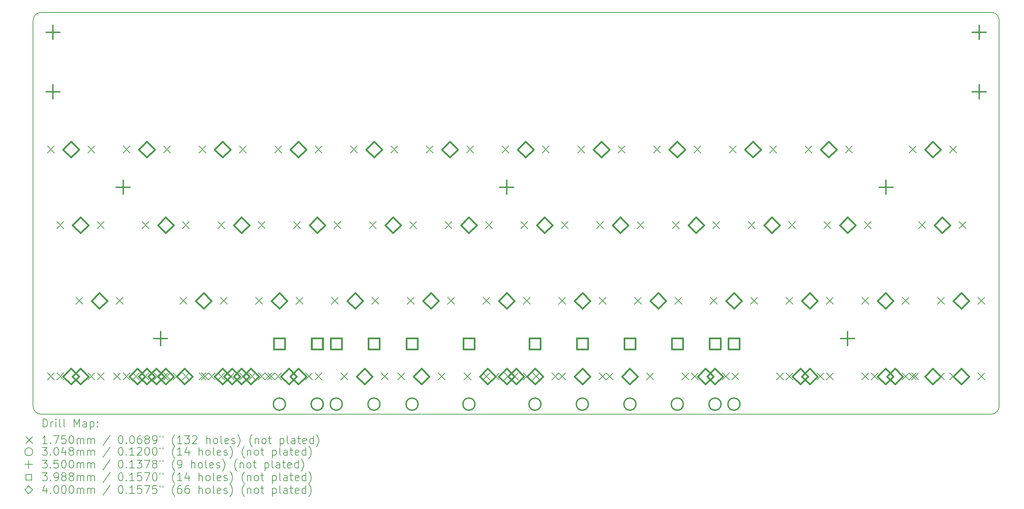
<source format=gbr>
%FSLAX45Y45*%
G04 Gerber Fmt 4.5, Leading zero omitted, Abs format (unit mm)*
G04 Created by KiCad (PCBNEW (6.0.1)) date 2022-12-02 15:23:24*
%MOMM*%
%LPD*%
G01*
G04 APERTURE LIST*
%TA.AperFunction,Profile*%
%ADD10C,0.200000*%
%TD*%
%ADD11C,0.200000*%
%ADD12C,0.175000*%
%ADD13C,0.304800*%
%ADD14C,0.350000*%
%ADD15C,0.398780*%
%ADD16C,0.400000*%
G04 APERTURE END LIST*
D10*
X26866875Y-4326250D02*
X2978125Y-4326250D01*
X2978125Y-14446250D02*
X26866875Y-14446250D01*
X27066875Y-14246250D02*
X27066875Y-4526250D01*
X27066875Y-4526250D02*
G75*
G03*
X26866875Y-4326250I-200000J0D01*
G01*
X26866875Y-14446250D02*
G75*
G03*
X27066875Y-14246250I0J200000D01*
G01*
X2778125Y-4526250D02*
X2778125Y-14246250D01*
X2978125Y-4326250D02*
G75*
G03*
X2778125Y-4526250I0J-200000D01*
G01*
X2778125Y-14246250D02*
G75*
G03*
X2978125Y-14446250I200000J0D01*
G01*
D11*
D12*
X3135125Y-7691250D02*
X3310125Y-7866250D01*
X3310125Y-7691250D02*
X3135125Y-7866250D01*
X3135125Y-13406250D02*
X3310125Y-13581250D01*
X3310125Y-13406250D02*
X3135125Y-13581250D01*
X3373250Y-9596250D02*
X3548250Y-9771250D01*
X3548250Y-9596250D02*
X3373250Y-9771250D01*
X3373250Y-13406250D02*
X3548250Y-13581250D01*
X3548250Y-13406250D02*
X3373250Y-13581250D01*
X3849500Y-11501250D02*
X4024500Y-11676250D01*
X4024500Y-11501250D02*
X3849500Y-11676250D01*
X4151125Y-7691250D02*
X4326125Y-7866250D01*
X4326125Y-7691250D02*
X4151125Y-7866250D01*
X4151125Y-13406250D02*
X4326125Y-13581250D01*
X4326125Y-13406250D02*
X4151125Y-13581250D01*
X4389250Y-9596250D02*
X4564250Y-9771250D01*
X4564250Y-9596250D02*
X4389250Y-9771250D01*
X4389250Y-13406250D02*
X4564250Y-13581250D01*
X4564250Y-13406250D02*
X4389250Y-13581250D01*
X4802000Y-13406250D02*
X4977000Y-13581250D01*
X4977000Y-13406250D02*
X4802000Y-13581250D01*
X4865500Y-11501250D02*
X5040500Y-11676250D01*
X5040500Y-11501250D02*
X4865500Y-11676250D01*
X5040125Y-7691250D02*
X5215125Y-7866250D01*
X5215125Y-7691250D02*
X5040125Y-7866250D01*
X5040125Y-13406250D02*
X5215125Y-13581250D01*
X5215125Y-13406250D02*
X5040125Y-13581250D01*
X5278250Y-13406250D02*
X5453250Y-13581250D01*
X5453250Y-13406250D02*
X5278250Y-13581250D01*
X5516375Y-9596250D02*
X5691375Y-9771250D01*
X5691375Y-9596250D02*
X5516375Y-9771250D01*
X5516375Y-13406250D02*
X5691375Y-13581250D01*
X5691375Y-13406250D02*
X5516375Y-13581250D01*
X5818000Y-13406250D02*
X5993000Y-13581250D01*
X5993000Y-13406250D02*
X5818000Y-13581250D01*
X5992625Y-13406250D02*
X6167625Y-13581250D01*
X6167625Y-13406250D02*
X5992625Y-13581250D01*
X6056125Y-7691250D02*
X6231125Y-7866250D01*
X6231125Y-7691250D02*
X6056125Y-7866250D01*
X6056125Y-13406250D02*
X6231125Y-13581250D01*
X6231125Y-13406250D02*
X6056125Y-13581250D01*
X6294250Y-13406250D02*
X6469250Y-13581250D01*
X6469250Y-13406250D02*
X6294250Y-13581250D01*
X6468875Y-11501250D02*
X6643875Y-11676250D01*
X6643875Y-11501250D02*
X6468875Y-11676250D01*
X6532375Y-9596250D02*
X6707375Y-9771250D01*
X6707375Y-9596250D02*
X6532375Y-9771250D01*
X6532375Y-13406250D02*
X6707375Y-13581250D01*
X6707375Y-13406250D02*
X6532375Y-13581250D01*
X6945125Y-7691250D02*
X7120125Y-7866250D01*
X7120125Y-7691250D02*
X6945125Y-7866250D01*
X6945125Y-13406250D02*
X7120125Y-13581250D01*
X7120125Y-13406250D02*
X6945125Y-13581250D01*
X7008625Y-13406250D02*
X7183625Y-13581250D01*
X7183625Y-13406250D02*
X7008625Y-13581250D01*
X7183250Y-13406250D02*
X7358250Y-13581250D01*
X7358250Y-13406250D02*
X7183250Y-13581250D01*
X7421375Y-9596250D02*
X7596375Y-9771250D01*
X7596375Y-9596250D02*
X7421375Y-9771250D01*
X7421375Y-13406250D02*
X7596375Y-13581250D01*
X7596375Y-13406250D02*
X7421375Y-13581250D01*
X7484875Y-11501250D02*
X7659875Y-11676250D01*
X7659875Y-11501250D02*
X7484875Y-11676250D01*
X7659500Y-13406250D02*
X7834500Y-13581250D01*
X7834500Y-13406250D02*
X7659500Y-13581250D01*
X7961125Y-7691250D02*
X8136125Y-7866250D01*
X8136125Y-7691250D02*
X7961125Y-7866250D01*
X7961125Y-13406250D02*
X8136125Y-13581250D01*
X8136125Y-13406250D02*
X7961125Y-13581250D01*
X8199250Y-13406250D02*
X8374250Y-13581250D01*
X8374250Y-13406250D02*
X8199250Y-13581250D01*
X8373875Y-11501250D02*
X8548875Y-11676250D01*
X8548875Y-11501250D02*
X8373875Y-11676250D01*
X8437375Y-9596250D02*
X8612375Y-9771250D01*
X8612375Y-9596250D02*
X8437375Y-9771250D01*
X8437375Y-13406250D02*
X8612375Y-13581250D01*
X8612375Y-13406250D02*
X8437375Y-13581250D01*
X8612000Y-13406250D02*
X8787000Y-13581250D01*
X8787000Y-13406250D02*
X8612000Y-13581250D01*
X8675500Y-13406250D02*
X8850500Y-13581250D01*
X8850500Y-13406250D02*
X8675500Y-13581250D01*
X8850125Y-7691250D02*
X9025125Y-7866250D01*
X9025125Y-7691250D02*
X8850125Y-7866250D01*
X8850125Y-13406250D02*
X9025125Y-13581250D01*
X9025125Y-13406250D02*
X8850125Y-13581250D01*
X9326375Y-9596250D02*
X9501375Y-9771250D01*
X9501375Y-9596250D02*
X9326375Y-9771250D01*
X9389875Y-11501250D02*
X9564875Y-11676250D01*
X9564875Y-11501250D02*
X9389875Y-11676250D01*
X9628000Y-13406250D02*
X9803000Y-13581250D01*
X9803000Y-13406250D02*
X9628000Y-13581250D01*
X9866125Y-7691250D02*
X10041125Y-7866250D01*
X10041125Y-7691250D02*
X9866125Y-7866250D01*
X9866125Y-13406250D02*
X10041125Y-13581250D01*
X10041125Y-13406250D02*
X9866125Y-13581250D01*
X10278875Y-11501250D02*
X10453875Y-11676250D01*
X10453875Y-11501250D02*
X10278875Y-11676250D01*
X10342375Y-9596250D02*
X10517375Y-9771250D01*
X10517375Y-9596250D02*
X10342375Y-9771250D01*
X10517000Y-13406250D02*
X10692000Y-13581250D01*
X10692000Y-13406250D02*
X10517000Y-13581250D01*
X10755125Y-7691250D02*
X10930125Y-7866250D01*
X10930125Y-7691250D02*
X10755125Y-7866250D01*
X11231375Y-9596250D02*
X11406375Y-9771250D01*
X11406375Y-9596250D02*
X11231375Y-9771250D01*
X11294875Y-11501250D02*
X11469875Y-11676250D01*
X11469875Y-11501250D02*
X11294875Y-11676250D01*
X11533000Y-13406250D02*
X11708000Y-13581250D01*
X11708000Y-13406250D02*
X11533000Y-13581250D01*
X11771125Y-7691250D02*
X11946125Y-7866250D01*
X11946125Y-7691250D02*
X11771125Y-7866250D01*
X11945750Y-13406250D02*
X12120750Y-13581250D01*
X12120750Y-13406250D02*
X11945750Y-13581250D01*
X12183875Y-11501250D02*
X12358875Y-11676250D01*
X12358875Y-11501250D02*
X12183875Y-11676250D01*
X12247375Y-9596250D02*
X12422375Y-9771250D01*
X12422375Y-9596250D02*
X12247375Y-9771250D01*
X12660125Y-7691250D02*
X12835125Y-7866250D01*
X12835125Y-7691250D02*
X12660125Y-7866250D01*
X12961750Y-13406250D02*
X13136750Y-13581250D01*
X13136750Y-13406250D02*
X12961750Y-13581250D01*
X13136375Y-9596250D02*
X13311375Y-9771250D01*
X13311375Y-9596250D02*
X13136375Y-9771250D01*
X13199875Y-11501250D02*
X13374875Y-11676250D01*
X13374875Y-11501250D02*
X13199875Y-11676250D01*
X13612625Y-13406250D02*
X13787625Y-13581250D01*
X13787625Y-13406250D02*
X13612625Y-13581250D01*
X13676125Y-7691250D02*
X13851125Y-7866250D01*
X13851125Y-7691250D02*
X13676125Y-7866250D01*
X14088875Y-11501250D02*
X14263875Y-11676250D01*
X14263875Y-11501250D02*
X14088875Y-11676250D01*
X14088875Y-13406250D02*
X14263875Y-13581250D01*
X14263875Y-13406250D02*
X14088875Y-13581250D01*
X14152375Y-9596250D02*
X14327375Y-9771250D01*
X14327375Y-9596250D02*
X14152375Y-9771250D01*
X14327000Y-13406250D02*
X14502000Y-13581250D01*
X14502000Y-13406250D02*
X14327000Y-13581250D01*
X14565125Y-7691250D02*
X14740125Y-7866250D01*
X14740125Y-7691250D02*
X14565125Y-7866250D01*
X14628625Y-13406250D02*
X14803625Y-13581250D01*
X14803625Y-13406250D02*
X14628625Y-13581250D01*
X14803250Y-13406250D02*
X14978250Y-13581250D01*
X14978250Y-13406250D02*
X14803250Y-13581250D01*
X15041375Y-9596250D02*
X15216375Y-9771250D01*
X15216375Y-9596250D02*
X15041375Y-9771250D01*
X15104875Y-11501250D02*
X15279875Y-11676250D01*
X15279875Y-11501250D02*
X15104875Y-11676250D01*
X15104875Y-13406250D02*
X15279875Y-13581250D01*
X15279875Y-13406250D02*
X15104875Y-13581250D01*
X15343000Y-13406250D02*
X15518000Y-13581250D01*
X15518000Y-13406250D02*
X15343000Y-13581250D01*
X15581125Y-7691250D02*
X15756125Y-7866250D01*
X15756125Y-7691250D02*
X15581125Y-7866250D01*
X15819250Y-13406250D02*
X15994250Y-13581250D01*
X15994250Y-13406250D02*
X15819250Y-13581250D01*
X15993875Y-11501250D02*
X16168875Y-11676250D01*
X16168875Y-11501250D02*
X15993875Y-11676250D01*
X15993875Y-13406250D02*
X16168875Y-13581250D01*
X16168875Y-13406250D02*
X15993875Y-13581250D01*
X16057375Y-9596250D02*
X16232375Y-9771250D01*
X16232375Y-9596250D02*
X16057375Y-9771250D01*
X16470125Y-7691250D02*
X16645125Y-7866250D01*
X16645125Y-7691250D02*
X16470125Y-7866250D01*
X16946375Y-9596250D02*
X17121375Y-9771250D01*
X17121375Y-9596250D02*
X16946375Y-9771250D01*
X17009875Y-11501250D02*
X17184875Y-11676250D01*
X17184875Y-11501250D02*
X17009875Y-11676250D01*
X17009875Y-13406250D02*
X17184875Y-13581250D01*
X17184875Y-13406250D02*
X17009875Y-13581250D01*
X17184500Y-13406250D02*
X17359500Y-13581250D01*
X17359500Y-13406250D02*
X17184500Y-13581250D01*
X17486125Y-7691250D02*
X17661125Y-7866250D01*
X17661125Y-7691250D02*
X17486125Y-7866250D01*
X17898875Y-11501250D02*
X18073875Y-11676250D01*
X18073875Y-11501250D02*
X17898875Y-11676250D01*
X17962375Y-9596250D02*
X18137375Y-9771250D01*
X18137375Y-9596250D02*
X17962375Y-9771250D01*
X18200500Y-13406250D02*
X18375500Y-13581250D01*
X18375500Y-13406250D02*
X18200500Y-13581250D01*
X18375125Y-7691250D02*
X18550125Y-7866250D01*
X18550125Y-7691250D02*
X18375125Y-7866250D01*
X18851375Y-9596250D02*
X19026375Y-9771250D01*
X19026375Y-9596250D02*
X18851375Y-9771250D01*
X18914875Y-11501250D02*
X19089875Y-11676250D01*
X19089875Y-11501250D02*
X18914875Y-11676250D01*
X19089500Y-13406250D02*
X19264500Y-13581250D01*
X19264500Y-13406250D02*
X19089500Y-13581250D01*
X19327625Y-13406250D02*
X19502625Y-13581250D01*
X19502625Y-13406250D02*
X19327625Y-13581250D01*
X19391125Y-7691250D02*
X19566125Y-7866250D01*
X19566125Y-7691250D02*
X19391125Y-7866250D01*
X19803875Y-11501250D02*
X19978875Y-11676250D01*
X19978875Y-11501250D02*
X19803875Y-11676250D01*
X19867375Y-9596250D02*
X20042375Y-9771250D01*
X20042375Y-9596250D02*
X19867375Y-9771250D01*
X20105500Y-13406250D02*
X20280500Y-13581250D01*
X20280500Y-13406250D02*
X20105500Y-13581250D01*
X20280125Y-7691250D02*
X20455125Y-7866250D01*
X20455125Y-7691250D02*
X20280125Y-7866250D01*
X20343625Y-13406250D02*
X20518625Y-13581250D01*
X20518625Y-13406250D02*
X20343625Y-13581250D01*
X20756375Y-9596250D02*
X20931375Y-9771250D01*
X20931375Y-9596250D02*
X20756375Y-9771250D01*
X20819875Y-11501250D02*
X20994875Y-11676250D01*
X20994875Y-11501250D02*
X20819875Y-11676250D01*
X21296125Y-7691250D02*
X21471125Y-7866250D01*
X21471125Y-7691250D02*
X21296125Y-7866250D01*
X21470750Y-13406250D02*
X21645750Y-13581250D01*
X21645750Y-13406250D02*
X21470750Y-13581250D01*
X21708875Y-11501250D02*
X21883875Y-11676250D01*
X21883875Y-11501250D02*
X21708875Y-11676250D01*
X21708875Y-13406250D02*
X21883875Y-13581250D01*
X21883875Y-13406250D02*
X21708875Y-13581250D01*
X21708875Y-13406250D02*
X21883875Y-13581250D01*
X21883875Y-13406250D02*
X21708875Y-13581250D01*
X21772375Y-9596250D02*
X21947375Y-9771250D01*
X21947375Y-9596250D02*
X21772375Y-9771250D01*
X22185125Y-7691250D02*
X22360125Y-7866250D01*
X22360125Y-7691250D02*
X22185125Y-7866250D01*
X22486750Y-13406250D02*
X22661750Y-13581250D01*
X22661750Y-13406250D02*
X22486750Y-13581250D01*
X22661375Y-9596250D02*
X22836375Y-9771250D01*
X22836375Y-9596250D02*
X22661375Y-9771250D01*
X22724875Y-11501250D02*
X22899875Y-11676250D01*
X22899875Y-11501250D02*
X22724875Y-11676250D01*
X22724875Y-13406250D02*
X22899875Y-13581250D01*
X22899875Y-13406250D02*
X22724875Y-13581250D01*
X22724875Y-13406250D02*
X22899875Y-13581250D01*
X22899875Y-13406250D02*
X22724875Y-13581250D01*
X23201125Y-7691250D02*
X23376125Y-7866250D01*
X23376125Y-7691250D02*
X23201125Y-7866250D01*
X23613875Y-11501250D02*
X23788875Y-11676250D01*
X23788875Y-11501250D02*
X23613875Y-11676250D01*
X23613875Y-13406250D02*
X23788875Y-13581250D01*
X23788875Y-13406250D02*
X23613875Y-13581250D01*
X23677375Y-9596250D02*
X23852375Y-9771250D01*
X23852375Y-9596250D02*
X23677375Y-9771250D01*
X23852000Y-13406250D02*
X24027000Y-13581250D01*
X24027000Y-13406250D02*
X23852000Y-13581250D01*
X24629875Y-11501250D02*
X24804875Y-11676250D01*
X24804875Y-11501250D02*
X24629875Y-11676250D01*
X24629875Y-13406250D02*
X24804875Y-13581250D01*
X24804875Y-13406250D02*
X24629875Y-13581250D01*
X24804500Y-7691250D02*
X24979500Y-7866250D01*
X24979500Y-7691250D02*
X24804500Y-7866250D01*
X24804500Y-13406250D02*
X24979500Y-13581250D01*
X24979500Y-13406250D02*
X24804500Y-13581250D01*
X24868000Y-13406250D02*
X25043000Y-13581250D01*
X25043000Y-13406250D02*
X24868000Y-13581250D01*
X25042625Y-9596250D02*
X25217625Y-9771250D01*
X25217625Y-9596250D02*
X25042625Y-9771250D01*
X25518875Y-11501250D02*
X25693875Y-11676250D01*
X25693875Y-11501250D02*
X25518875Y-11676250D01*
X25518875Y-13406250D02*
X25693875Y-13581250D01*
X25693875Y-13406250D02*
X25518875Y-13581250D01*
X25820500Y-7691250D02*
X25995500Y-7866250D01*
X25995500Y-7691250D02*
X25820500Y-7866250D01*
X25820500Y-13406250D02*
X25995500Y-13581250D01*
X25995500Y-13406250D02*
X25820500Y-13581250D01*
X26058625Y-9596250D02*
X26233625Y-9771250D01*
X26233625Y-9596250D02*
X26058625Y-9771250D01*
X26534875Y-11501250D02*
X26709875Y-11676250D01*
X26709875Y-11501250D02*
X26534875Y-11676250D01*
X26534875Y-13406250D02*
X26709875Y-13581250D01*
X26709875Y-13406250D02*
X26534875Y-13581250D01*
D13*
X9121775Y-14192250D02*
G75*
G03*
X9121775Y-14192250I-152400J0D01*
G01*
X10071100Y-14192250D02*
G75*
G03*
X10071100Y-14192250I-152400J0D01*
G01*
X10074900Y-14192250D02*
G75*
G03*
X10074900Y-14192250I-152400J0D01*
G01*
X10551150Y-14192250D02*
G75*
G03*
X10551150Y-14192250I-152400J0D01*
G01*
X11499850Y-14192250D02*
G75*
G03*
X11499850Y-14192250I-152400J0D01*
G01*
X12458700Y-14192250D02*
G75*
G03*
X12458700Y-14192250I-152400J0D01*
G01*
X13887450Y-14192250D02*
G75*
G03*
X13887450Y-14192250I-152400J0D01*
G01*
X15547975Y-14192250D02*
G75*
G03*
X15547975Y-14192250I-152400J0D01*
G01*
X16738600Y-14192250D02*
G75*
G03*
X16738600Y-14192250I-152400J0D01*
G01*
X17935575Y-14192250D02*
G75*
G03*
X17935575Y-14192250I-152400J0D01*
G01*
X19126200Y-14192250D02*
G75*
G03*
X19126200Y-14192250I-152400J0D01*
G01*
X20074900Y-14192250D02*
G75*
G03*
X20074900Y-14192250I-152400J0D01*
G01*
X20551150Y-14192250D02*
G75*
G03*
X20551150Y-14192250I-152400J0D01*
G01*
X20551775Y-14192250D02*
G75*
G03*
X20551775Y-14192250I-152400J0D01*
G01*
D14*
X3278125Y-4651250D02*
X3278125Y-5001250D01*
X3103125Y-4826250D02*
X3453125Y-4826250D01*
X3278125Y-6151250D02*
X3278125Y-6501250D01*
X3103125Y-6326250D02*
X3453125Y-6326250D01*
X5040325Y-8556250D02*
X5040325Y-8906250D01*
X4865325Y-8731250D02*
X5215325Y-8731250D01*
X5979725Y-12366250D02*
X5979725Y-12716250D01*
X5804725Y-12541250D02*
X6154725Y-12541250D01*
X14684425Y-8556250D02*
X14684425Y-8906250D01*
X14509425Y-8731250D02*
X14859425Y-8731250D01*
X23256925Y-12366250D02*
X23256925Y-12716250D01*
X23081925Y-12541250D02*
X23431925Y-12541250D01*
X24222525Y-8556250D02*
X24222525Y-8906250D01*
X24047525Y-8731250D02*
X24397525Y-8731250D01*
X26566875Y-4651250D02*
X26566875Y-5001250D01*
X26391875Y-4826250D02*
X26741875Y-4826250D01*
X26566875Y-6151250D02*
X26566875Y-6501250D01*
X26391875Y-6326250D02*
X26741875Y-6326250D01*
D15*
X9110366Y-12812241D02*
X9110366Y-12530259D01*
X8828384Y-12530259D01*
X8828384Y-12812241D01*
X9110366Y-12812241D01*
X10059691Y-12812241D02*
X10059691Y-12530259D01*
X9777709Y-12530259D01*
X9777709Y-12812241D01*
X10059691Y-12812241D01*
X10063491Y-12812241D02*
X10063491Y-12530259D01*
X9781509Y-12530259D01*
X9781509Y-12812241D01*
X10063491Y-12812241D01*
X10539741Y-12812241D02*
X10539741Y-12530259D01*
X10257759Y-12530259D01*
X10257759Y-12812241D01*
X10539741Y-12812241D01*
X11488441Y-12812241D02*
X11488441Y-12530259D01*
X11206459Y-12530259D01*
X11206459Y-12812241D01*
X11488441Y-12812241D01*
X12447291Y-12812241D02*
X12447291Y-12530259D01*
X12165309Y-12530259D01*
X12165309Y-12812241D01*
X12447291Y-12812241D01*
X13876041Y-12812241D02*
X13876041Y-12530259D01*
X13594059Y-12530259D01*
X13594059Y-12812241D01*
X13876041Y-12812241D01*
X15536566Y-12812241D02*
X15536566Y-12530259D01*
X15254584Y-12530259D01*
X15254584Y-12812241D01*
X15536566Y-12812241D01*
X16727191Y-12812241D02*
X16727191Y-12530259D01*
X16445209Y-12530259D01*
X16445209Y-12812241D01*
X16727191Y-12812241D01*
X17924166Y-12812241D02*
X17924166Y-12530259D01*
X17642184Y-12530259D01*
X17642184Y-12812241D01*
X17924166Y-12812241D01*
X19114791Y-12812241D02*
X19114791Y-12530259D01*
X18832809Y-12530259D01*
X18832809Y-12812241D01*
X19114791Y-12812241D01*
X20063491Y-12812241D02*
X20063491Y-12530259D01*
X19781509Y-12530259D01*
X19781509Y-12812241D01*
X20063491Y-12812241D01*
X20539741Y-12812241D02*
X20539741Y-12530259D01*
X20257759Y-12530259D01*
X20257759Y-12812241D01*
X20539741Y-12812241D01*
X20540366Y-12812241D02*
X20540366Y-12530259D01*
X20258384Y-12530259D01*
X20258384Y-12812241D01*
X20540366Y-12812241D01*
D16*
X3730625Y-7978750D02*
X3930625Y-7778750D01*
X3730625Y-7578750D01*
X3530625Y-7778750D01*
X3730625Y-7978750D01*
X3730625Y-13693750D02*
X3930625Y-13493750D01*
X3730625Y-13293750D01*
X3530625Y-13493750D01*
X3730625Y-13693750D01*
X3968750Y-9883750D02*
X4168750Y-9683750D01*
X3968750Y-9483750D01*
X3768750Y-9683750D01*
X3968750Y-9883750D01*
X3968750Y-13693750D02*
X4168750Y-13493750D01*
X3968750Y-13293750D01*
X3768750Y-13493750D01*
X3968750Y-13693750D01*
X4445000Y-11788750D02*
X4645000Y-11588750D01*
X4445000Y-11388750D01*
X4245000Y-11588750D01*
X4445000Y-11788750D01*
X5397500Y-13693750D02*
X5597500Y-13493750D01*
X5397500Y-13293750D01*
X5197500Y-13493750D01*
X5397500Y-13693750D01*
X5635625Y-7978750D02*
X5835625Y-7778750D01*
X5635625Y-7578750D01*
X5435625Y-7778750D01*
X5635625Y-7978750D01*
X5635625Y-13693750D02*
X5835625Y-13493750D01*
X5635625Y-13293750D01*
X5435625Y-13493750D01*
X5635625Y-13693750D01*
X5873750Y-13693750D02*
X6073750Y-13493750D01*
X5873750Y-13293750D01*
X5673750Y-13493750D01*
X5873750Y-13693750D01*
X6111875Y-9883750D02*
X6311875Y-9683750D01*
X6111875Y-9483750D01*
X5911875Y-9683750D01*
X6111875Y-9883750D01*
X6111875Y-13693750D02*
X6311875Y-13493750D01*
X6111875Y-13293750D01*
X5911875Y-13493750D01*
X6111875Y-13693750D01*
X6588125Y-13693750D02*
X6788125Y-13493750D01*
X6588125Y-13293750D01*
X6388125Y-13493750D01*
X6588125Y-13693750D01*
X7064375Y-11788750D02*
X7264375Y-11588750D01*
X7064375Y-11388750D01*
X6864375Y-11588750D01*
X7064375Y-11788750D01*
X7540625Y-7978750D02*
X7740625Y-7778750D01*
X7540625Y-7578750D01*
X7340625Y-7778750D01*
X7540625Y-7978750D01*
X7540625Y-13693750D02*
X7740625Y-13493750D01*
X7540625Y-13293750D01*
X7340625Y-13493750D01*
X7540625Y-13693750D01*
X7778750Y-13693750D02*
X7978750Y-13493750D01*
X7778750Y-13293750D01*
X7578750Y-13493750D01*
X7778750Y-13693750D01*
X8016875Y-9883750D02*
X8216875Y-9683750D01*
X8016875Y-9483750D01*
X7816875Y-9683750D01*
X8016875Y-9883750D01*
X8016875Y-13693750D02*
X8216875Y-13493750D01*
X8016875Y-13293750D01*
X7816875Y-13493750D01*
X8016875Y-13693750D01*
X8255000Y-13693750D02*
X8455000Y-13493750D01*
X8255000Y-13293750D01*
X8055000Y-13493750D01*
X8255000Y-13693750D01*
X8969375Y-11788750D02*
X9169375Y-11588750D01*
X8969375Y-11388750D01*
X8769375Y-11588750D01*
X8969375Y-11788750D01*
X9207500Y-13693750D02*
X9407500Y-13493750D01*
X9207500Y-13293750D01*
X9007500Y-13493750D01*
X9207500Y-13693750D01*
X9445625Y-7978750D02*
X9645625Y-7778750D01*
X9445625Y-7578750D01*
X9245625Y-7778750D01*
X9445625Y-7978750D01*
X9445625Y-13693750D02*
X9645625Y-13493750D01*
X9445625Y-13293750D01*
X9245625Y-13493750D01*
X9445625Y-13693750D01*
X9921875Y-9883750D02*
X10121875Y-9683750D01*
X9921875Y-9483750D01*
X9721875Y-9683750D01*
X9921875Y-9883750D01*
X10874375Y-11788750D02*
X11074375Y-11588750D01*
X10874375Y-11388750D01*
X10674375Y-11588750D01*
X10874375Y-11788750D01*
X11112500Y-13693750D02*
X11312500Y-13493750D01*
X11112500Y-13293750D01*
X10912500Y-13493750D01*
X11112500Y-13693750D01*
X11350625Y-7978750D02*
X11550625Y-7778750D01*
X11350625Y-7578750D01*
X11150625Y-7778750D01*
X11350625Y-7978750D01*
X11826875Y-9883750D02*
X12026875Y-9683750D01*
X11826875Y-9483750D01*
X11626875Y-9683750D01*
X11826875Y-9883750D01*
X12541250Y-13693750D02*
X12741250Y-13493750D01*
X12541250Y-13293750D01*
X12341250Y-13493750D01*
X12541250Y-13693750D01*
X12779375Y-11788750D02*
X12979375Y-11588750D01*
X12779375Y-11388750D01*
X12579375Y-11588750D01*
X12779375Y-11788750D01*
X13255625Y-7978750D02*
X13455625Y-7778750D01*
X13255625Y-7578750D01*
X13055625Y-7778750D01*
X13255625Y-7978750D01*
X13731875Y-9883750D02*
X13931875Y-9683750D01*
X13731875Y-9483750D01*
X13531875Y-9683750D01*
X13731875Y-9883750D01*
X14208125Y-13693750D02*
X14408125Y-13493750D01*
X14208125Y-13293750D01*
X14008125Y-13493750D01*
X14208125Y-13693750D01*
X14684375Y-11788750D02*
X14884375Y-11588750D01*
X14684375Y-11388750D01*
X14484375Y-11588750D01*
X14684375Y-11788750D01*
X14684375Y-13693750D02*
X14884375Y-13493750D01*
X14684375Y-13293750D01*
X14484375Y-13493750D01*
X14684375Y-13693750D01*
X14922500Y-13693750D02*
X15122500Y-13493750D01*
X14922500Y-13293750D01*
X14722500Y-13493750D01*
X14922500Y-13693750D01*
X15160625Y-7978750D02*
X15360625Y-7778750D01*
X15160625Y-7578750D01*
X14960625Y-7778750D01*
X15160625Y-7978750D01*
X15398750Y-13693750D02*
X15598750Y-13493750D01*
X15398750Y-13293750D01*
X15198750Y-13493750D01*
X15398750Y-13693750D01*
X15636875Y-9883750D02*
X15836875Y-9683750D01*
X15636875Y-9483750D01*
X15436875Y-9683750D01*
X15636875Y-9883750D01*
X16589375Y-11788750D02*
X16789375Y-11588750D01*
X16589375Y-11388750D01*
X16389375Y-11588750D01*
X16589375Y-11788750D01*
X16589375Y-13693750D02*
X16789375Y-13493750D01*
X16589375Y-13293750D01*
X16389375Y-13493750D01*
X16589375Y-13693750D01*
X17065625Y-7978750D02*
X17265625Y-7778750D01*
X17065625Y-7578750D01*
X16865625Y-7778750D01*
X17065625Y-7978750D01*
X17541875Y-9883750D02*
X17741875Y-9683750D01*
X17541875Y-9483750D01*
X17341875Y-9683750D01*
X17541875Y-9883750D01*
X17780000Y-13693750D02*
X17980000Y-13493750D01*
X17780000Y-13293750D01*
X17580000Y-13493750D01*
X17780000Y-13693750D01*
X18494375Y-11788750D02*
X18694375Y-11588750D01*
X18494375Y-11388750D01*
X18294375Y-11588750D01*
X18494375Y-11788750D01*
X18970625Y-7978750D02*
X19170625Y-7778750D01*
X18970625Y-7578750D01*
X18770625Y-7778750D01*
X18970625Y-7978750D01*
X19446875Y-9883750D02*
X19646875Y-9683750D01*
X19446875Y-9483750D01*
X19246875Y-9683750D01*
X19446875Y-9883750D01*
X19685000Y-13693750D02*
X19885000Y-13493750D01*
X19685000Y-13293750D01*
X19485000Y-13493750D01*
X19685000Y-13693750D01*
X19923125Y-13693750D02*
X20123125Y-13493750D01*
X19923125Y-13293750D01*
X19723125Y-13493750D01*
X19923125Y-13693750D01*
X20399375Y-11788750D02*
X20599375Y-11588750D01*
X20399375Y-11388750D01*
X20199375Y-11588750D01*
X20399375Y-11788750D01*
X20875625Y-7978750D02*
X21075625Y-7778750D01*
X20875625Y-7578750D01*
X20675625Y-7778750D01*
X20875625Y-7978750D01*
X21351875Y-9883750D02*
X21551875Y-9683750D01*
X21351875Y-9483750D01*
X21151875Y-9683750D01*
X21351875Y-9883750D01*
X22066250Y-13693750D02*
X22266250Y-13493750D01*
X22066250Y-13293750D01*
X21866250Y-13493750D01*
X22066250Y-13693750D01*
X22304375Y-11788750D02*
X22504375Y-11588750D01*
X22304375Y-11388750D01*
X22104375Y-11588750D01*
X22304375Y-11788750D01*
X22304375Y-13693750D02*
X22504375Y-13493750D01*
X22304375Y-13293750D01*
X22104375Y-13493750D01*
X22304375Y-13693750D01*
X22304375Y-13693750D02*
X22504375Y-13493750D01*
X22304375Y-13293750D01*
X22104375Y-13493750D01*
X22304375Y-13693750D01*
X22780625Y-7978750D02*
X22980625Y-7778750D01*
X22780625Y-7578750D01*
X22580625Y-7778750D01*
X22780625Y-7978750D01*
X23256875Y-9883750D02*
X23456875Y-9683750D01*
X23256875Y-9483750D01*
X23056875Y-9683750D01*
X23256875Y-9883750D01*
X24209375Y-11788750D02*
X24409375Y-11588750D01*
X24209375Y-11388750D01*
X24009375Y-11588750D01*
X24209375Y-11788750D01*
X24209375Y-13693750D02*
X24409375Y-13493750D01*
X24209375Y-13293750D01*
X24009375Y-13493750D01*
X24209375Y-13693750D01*
X24447500Y-13693750D02*
X24647500Y-13493750D01*
X24447500Y-13293750D01*
X24247500Y-13493750D01*
X24447500Y-13693750D01*
X25400000Y-7978750D02*
X25600000Y-7778750D01*
X25400000Y-7578750D01*
X25200000Y-7778750D01*
X25400000Y-7978750D01*
X25400000Y-13693750D02*
X25600000Y-13493750D01*
X25400000Y-13293750D01*
X25200000Y-13493750D01*
X25400000Y-13693750D01*
X25638125Y-9883750D02*
X25838125Y-9683750D01*
X25638125Y-9483750D01*
X25438125Y-9683750D01*
X25638125Y-9883750D01*
X26114375Y-11788750D02*
X26314375Y-11588750D01*
X26114375Y-11388750D01*
X25914375Y-11588750D01*
X26114375Y-11788750D01*
X26114375Y-13693750D02*
X26314375Y-13493750D01*
X26114375Y-13293750D01*
X25914375Y-13493750D01*
X26114375Y-13693750D01*
D11*
X3025744Y-14766726D02*
X3025744Y-14566726D01*
X3073363Y-14566726D01*
X3101934Y-14576250D01*
X3120982Y-14595298D01*
X3130506Y-14614345D01*
X3140030Y-14652440D01*
X3140030Y-14681012D01*
X3130506Y-14719107D01*
X3120982Y-14738155D01*
X3101934Y-14757202D01*
X3073363Y-14766726D01*
X3025744Y-14766726D01*
X3225744Y-14766726D02*
X3225744Y-14633393D01*
X3225744Y-14671488D02*
X3235268Y-14652440D01*
X3244792Y-14642917D01*
X3263839Y-14633393D01*
X3282887Y-14633393D01*
X3349553Y-14766726D02*
X3349553Y-14633393D01*
X3349553Y-14566726D02*
X3340030Y-14576250D01*
X3349553Y-14585774D01*
X3359077Y-14576250D01*
X3349553Y-14566726D01*
X3349553Y-14585774D01*
X3473363Y-14766726D02*
X3454315Y-14757202D01*
X3444792Y-14738155D01*
X3444792Y-14566726D01*
X3578125Y-14766726D02*
X3559077Y-14757202D01*
X3549553Y-14738155D01*
X3549553Y-14566726D01*
X3806696Y-14766726D02*
X3806696Y-14566726D01*
X3873363Y-14709583D01*
X3940030Y-14566726D01*
X3940030Y-14766726D01*
X4120982Y-14766726D02*
X4120982Y-14661964D01*
X4111458Y-14642917D01*
X4092411Y-14633393D01*
X4054315Y-14633393D01*
X4035268Y-14642917D01*
X4120982Y-14757202D02*
X4101934Y-14766726D01*
X4054315Y-14766726D01*
X4035268Y-14757202D01*
X4025744Y-14738155D01*
X4025744Y-14719107D01*
X4035268Y-14700059D01*
X4054315Y-14690536D01*
X4101934Y-14690536D01*
X4120982Y-14681012D01*
X4216220Y-14633393D02*
X4216220Y-14833393D01*
X4216220Y-14642917D02*
X4235268Y-14633393D01*
X4273363Y-14633393D01*
X4292411Y-14642917D01*
X4301935Y-14652440D01*
X4311458Y-14671488D01*
X4311458Y-14728631D01*
X4301935Y-14747678D01*
X4292411Y-14757202D01*
X4273363Y-14766726D01*
X4235268Y-14766726D01*
X4216220Y-14757202D01*
X4397173Y-14747678D02*
X4406696Y-14757202D01*
X4397173Y-14766726D01*
X4387649Y-14757202D01*
X4397173Y-14747678D01*
X4397173Y-14766726D01*
X4397173Y-14642917D02*
X4406696Y-14652440D01*
X4397173Y-14661964D01*
X4387649Y-14652440D01*
X4397173Y-14642917D01*
X4397173Y-14661964D01*
D12*
X2593125Y-15008750D02*
X2768125Y-15183750D01*
X2768125Y-15008750D02*
X2593125Y-15183750D01*
D11*
X3130506Y-15186726D02*
X3016220Y-15186726D01*
X3073363Y-15186726D02*
X3073363Y-14986726D01*
X3054315Y-15015298D01*
X3035268Y-15034345D01*
X3016220Y-15043869D01*
X3216220Y-15167678D02*
X3225744Y-15177202D01*
X3216220Y-15186726D01*
X3206696Y-15177202D01*
X3216220Y-15167678D01*
X3216220Y-15186726D01*
X3292411Y-14986726D02*
X3425744Y-14986726D01*
X3340030Y-15186726D01*
X3597173Y-14986726D02*
X3501934Y-14986726D01*
X3492411Y-15081964D01*
X3501934Y-15072440D01*
X3520982Y-15062917D01*
X3568601Y-15062917D01*
X3587649Y-15072440D01*
X3597173Y-15081964D01*
X3606696Y-15101012D01*
X3606696Y-15148631D01*
X3597173Y-15167678D01*
X3587649Y-15177202D01*
X3568601Y-15186726D01*
X3520982Y-15186726D01*
X3501934Y-15177202D01*
X3492411Y-15167678D01*
X3730506Y-14986726D02*
X3749553Y-14986726D01*
X3768601Y-14996250D01*
X3778125Y-15005774D01*
X3787649Y-15024821D01*
X3797173Y-15062917D01*
X3797173Y-15110536D01*
X3787649Y-15148631D01*
X3778125Y-15167678D01*
X3768601Y-15177202D01*
X3749553Y-15186726D01*
X3730506Y-15186726D01*
X3711458Y-15177202D01*
X3701934Y-15167678D01*
X3692411Y-15148631D01*
X3682887Y-15110536D01*
X3682887Y-15062917D01*
X3692411Y-15024821D01*
X3701934Y-15005774D01*
X3711458Y-14996250D01*
X3730506Y-14986726D01*
X3882887Y-15186726D02*
X3882887Y-15053393D01*
X3882887Y-15072440D02*
X3892411Y-15062917D01*
X3911458Y-15053393D01*
X3940030Y-15053393D01*
X3959077Y-15062917D01*
X3968601Y-15081964D01*
X3968601Y-15186726D01*
X3968601Y-15081964D02*
X3978125Y-15062917D01*
X3997173Y-15053393D01*
X4025744Y-15053393D01*
X4044792Y-15062917D01*
X4054315Y-15081964D01*
X4054315Y-15186726D01*
X4149553Y-15186726D02*
X4149553Y-15053393D01*
X4149553Y-15072440D02*
X4159077Y-15062917D01*
X4178125Y-15053393D01*
X4206696Y-15053393D01*
X4225744Y-15062917D01*
X4235268Y-15081964D01*
X4235268Y-15186726D01*
X4235268Y-15081964D02*
X4244792Y-15062917D01*
X4263839Y-15053393D01*
X4292411Y-15053393D01*
X4311458Y-15062917D01*
X4320982Y-15081964D01*
X4320982Y-15186726D01*
X4711458Y-14977202D02*
X4540030Y-15234345D01*
X4968601Y-14986726D02*
X4987649Y-14986726D01*
X5006696Y-14996250D01*
X5016220Y-15005774D01*
X5025744Y-15024821D01*
X5035268Y-15062917D01*
X5035268Y-15110536D01*
X5025744Y-15148631D01*
X5016220Y-15167678D01*
X5006696Y-15177202D01*
X4987649Y-15186726D01*
X4968601Y-15186726D01*
X4949554Y-15177202D01*
X4940030Y-15167678D01*
X4930506Y-15148631D01*
X4920982Y-15110536D01*
X4920982Y-15062917D01*
X4930506Y-15024821D01*
X4940030Y-15005774D01*
X4949554Y-14996250D01*
X4968601Y-14986726D01*
X5120982Y-15167678D02*
X5130506Y-15177202D01*
X5120982Y-15186726D01*
X5111458Y-15177202D01*
X5120982Y-15167678D01*
X5120982Y-15186726D01*
X5254315Y-14986726D02*
X5273363Y-14986726D01*
X5292411Y-14996250D01*
X5301935Y-15005774D01*
X5311458Y-15024821D01*
X5320982Y-15062917D01*
X5320982Y-15110536D01*
X5311458Y-15148631D01*
X5301935Y-15167678D01*
X5292411Y-15177202D01*
X5273363Y-15186726D01*
X5254315Y-15186726D01*
X5235268Y-15177202D01*
X5225744Y-15167678D01*
X5216220Y-15148631D01*
X5206696Y-15110536D01*
X5206696Y-15062917D01*
X5216220Y-15024821D01*
X5225744Y-15005774D01*
X5235268Y-14996250D01*
X5254315Y-14986726D01*
X5492411Y-14986726D02*
X5454315Y-14986726D01*
X5435268Y-14996250D01*
X5425744Y-15005774D01*
X5406696Y-15034345D01*
X5397173Y-15072440D01*
X5397173Y-15148631D01*
X5406696Y-15167678D01*
X5416220Y-15177202D01*
X5435268Y-15186726D01*
X5473363Y-15186726D01*
X5492411Y-15177202D01*
X5501935Y-15167678D01*
X5511458Y-15148631D01*
X5511458Y-15101012D01*
X5501935Y-15081964D01*
X5492411Y-15072440D01*
X5473363Y-15062917D01*
X5435268Y-15062917D01*
X5416220Y-15072440D01*
X5406696Y-15081964D01*
X5397173Y-15101012D01*
X5625744Y-15072440D02*
X5606696Y-15062917D01*
X5597173Y-15053393D01*
X5587649Y-15034345D01*
X5587649Y-15024821D01*
X5597173Y-15005774D01*
X5606696Y-14996250D01*
X5625744Y-14986726D01*
X5663839Y-14986726D01*
X5682887Y-14996250D01*
X5692411Y-15005774D01*
X5701934Y-15024821D01*
X5701934Y-15034345D01*
X5692411Y-15053393D01*
X5682887Y-15062917D01*
X5663839Y-15072440D01*
X5625744Y-15072440D01*
X5606696Y-15081964D01*
X5597173Y-15091488D01*
X5587649Y-15110536D01*
X5587649Y-15148631D01*
X5597173Y-15167678D01*
X5606696Y-15177202D01*
X5625744Y-15186726D01*
X5663839Y-15186726D01*
X5682887Y-15177202D01*
X5692411Y-15167678D01*
X5701934Y-15148631D01*
X5701934Y-15110536D01*
X5692411Y-15091488D01*
X5682887Y-15081964D01*
X5663839Y-15072440D01*
X5797173Y-15186726D02*
X5835268Y-15186726D01*
X5854315Y-15177202D01*
X5863839Y-15167678D01*
X5882887Y-15139107D01*
X5892411Y-15101012D01*
X5892411Y-15024821D01*
X5882887Y-15005774D01*
X5873363Y-14996250D01*
X5854315Y-14986726D01*
X5816220Y-14986726D01*
X5797173Y-14996250D01*
X5787649Y-15005774D01*
X5778125Y-15024821D01*
X5778125Y-15072440D01*
X5787649Y-15091488D01*
X5797173Y-15101012D01*
X5816220Y-15110536D01*
X5854315Y-15110536D01*
X5873363Y-15101012D01*
X5882887Y-15091488D01*
X5892411Y-15072440D01*
X5968601Y-14986726D02*
X5968601Y-15024821D01*
X6044792Y-14986726D02*
X6044792Y-15024821D01*
X6340030Y-15262917D02*
X6330506Y-15253393D01*
X6311458Y-15224821D01*
X6301934Y-15205774D01*
X6292411Y-15177202D01*
X6282887Y-15129583D01*
X6282887Y-15091488D01*
X6292411Y-15043869D01*
X6301934Y-15015298D01*
X6311458Y-14996250D01*
X6330506Y-14967678D01*
X6340030Y-14958155D01*
X6520982Y-15186726D02*
X6406696Y-15186726D01*
X6463839Y-15186726D02*
X6463839Y-14986726D01*
X6444792Y-15015298D01*
X6425744Y-15034345D01*
X6406696Y-15043869D01*
X6587649Y-14986726D02*
X6711458Y-14986726D01*
X6644792Y-15062917D01*
X6673363Y-15062917D01*
X6692411Y-15072440D01*
X6701934Y-15081964D01*
X6711458Y-15101012D01*
X6711458Y-15148631D01*
X6701934Y-15167678D01*
X6692411Y-15177202D01*
X6673363Y-15186726D01*
X6616220Y-15186726D01*
X6597173Y-15177202D01*
X6587649Y-15167678D01*
X6787649Y-15005774D02*
X6797173Y-14996250D01*
X6816220Y-14986726D01*
X6863839Y-14986726D01*
X6882887Y-14996250D01*
X6892411Y-15005774D01*
X6901934Y-15024821D01*
X6901934Y-15043869D01*
X6892411Y-15072440D01*
X6778125Y-15186726D01*
X6901934Y-15186726D01*
X7140030Y-15186726D02*
X7140030Y-14986726D01*
X7225744Y-15186726D02*
X7225744Y-15081964D01*
X7216220Y-15062917D01*
X7197173Y-15053393D01*
X7168601Y-15053393D01*
X7149553Y-15062917D01*
X7140030Y-15072440D01*
X7349553Y-15186726D02*
X7330506Y-15177202D01*
X7320982Y-15167678D01*
X7311458Y-15148631D01*
X7311458Y-15091488D01*
X7320982Y-15072440D01*
X7330506Y-15062917D01*
X7349553Y-15053393D01*
X7378125Y-15053393D01*
X7397173Y-15062917D01*
X7406696Y-15072440D01*
X7416220Y-15091488D01*
X7416220Y-15148631D01*
X7406696Y-15167678D01*
X7397173Y-15177202D01*
X7378125Y-15186726D01*
X7349553Y-15186726D01*
X7530506Y-15186726D02*
X7511458Y-15177202D01*
X7501934Y-15158155D01*
X7501934Y-14986726D01*
X7682887Y-15177202D02*
X7663839Y-15186726D01*
X7625744Y-15186726D01*
X7606696Y-15177202D01*
X7597173Y-15158155D01*
X7597173Y-15081964D01*
X7606696Y-15062917D01*
X7625744Y-15053393D01*
X7663839Y-15053393D01*
X7682887Y-15062917D01*
X7692411Y-15081964D01*
X7692411Y-15101012D01*
X7597173Y-15120059D01*
X7768601Y-15177202D02*
X7787649Y-15186726D01*
X7825744Y-15186726D01*
X7844792Y-15177202D01*
X7854315Y-15158155D01*
X7854315Y-15148631D01*
X7844792Y-15129583D01*
X7825744Y-15120059D01*
X7797173Y-15120059D01*
X7778125Y-15110536D01*
X7768601Y-15091488D01*
X7768601Y-15081964D01*
X7778125Y-15062917D01*
X7797173Y-15053393D01*
X7825744Y-15053393D01*
X7844792Y-15062917D01*
X7920982Y-15262917D02*
X7930506Y-15253393D01*
X7949553Y-15224821D01*
X7959077Y-15205774D01*
X7968601Y-15177202D01*
X7978125Y-15129583D01*
X7978125Y-15091488D01*
X7968601Y-15043869D01*
X7959077Y-15015298D01*
X7949553Y-14996250D01*
X7930506Y-14967678D01*
X7920982Y-14958155D01*
X8282887Y-15262917D02*
X8273363Y-15253393D01*
X8254315Y-15224821D01*
X8244792Y-15205774D01*
X8235268Y-15177202D01*
X8225744Y-15129583D01*
X8225744Y-15091488D01*
X8235268Y-15043869D01*
X8244792Y-15015298D01*
X8254315Y-14996250D01*
X8273363Y-14967678D01*
X8282887Y-14958155D01*
X8359077Y-15053393D02*
X8359077Y-15186726D01*
X8359077Y-15072440D02*
X8368601Y-15062917D01*
X8387649Y-15053393D01*
X8416220Y-15053393D01*
X8435268Y-15062917D01*
X8444792Y-15081964D01*
X8444792Y-15186726D01*
X8568601Y-15186726D02*
X8549554Y-15177202D01*
X8540030Y-15167678D01*
X8530506Y-15148631D01*
X8530506Y-15091488D01*
X8540030Y-15072440D01*
X8549554Y-15062917D01*
X8568601Y-15053393D01*
X8597173Y-15053393D01*
X8616220Y-15062917D01*
X8625744Y-15072440D01*
X8635268Y-15091488D01*
X8635268Y-15148631D01*
X8625744Y-15167678D01*
X8616220Y-15177202D01*
X8597173Y-15186726D01*
X8568601Y-15186726D01*
X8692411Y-15053393D02*
X8768601Y-15053393D01*
X8720982Y-14986726D02*
X8720982Y-15158155D01*
X8730506Y-15177202D01*
X8749554Y-15186726D01*
X8768601Y-15186726D01*
X8987649Y-15053393D02*
X8987649Y-15253393D01*
X8987649Y-15062917D02*
X9006696Y-15053393D01*
X9044792Y-15053393D01*
X9063839Y-15062917D01*
X9073363Y-15072440D01*
X9082887Y-15091488D01*
X9082887Y-15148631D01*
X9073363Y-15167678D01*
X9063839Y-15177202D01*
X9044792Y-15186726D01*
X9006696Y-15186726D01*
X8987649Y-15177202D01*
X9197173Y-15186726D02*
X9178125Y-15177202D01*
X9168601Y-15158155D01*
X9168601Y-14986726D01*
X9359077Y-15186726D02*
X9359077Y-15081964D01*
X9349554Y-15062917D01*
X9330506Y-15053393D01*
X9292411Y-15053393D01*
X9273363Y-15062917D01*
X9359077Y-15177202D02*
X9340030Y-15186726D01*
X9292411Y-15186726D01*
X9273363Y-15177202D01*
X9263839Y-15158155D01*
X9263839Y-15139107D01*
X9273363Y-15120059D01*
X9292411Y-15110536D01*
X9340030Y-15110536D01*
X9359077Y-15101012D01*
X9425744Y-15053393D02*
X9501935Y-15053393D01*
X9454315Y-14986726D02*
X9454315Y-15158155D01*
X9463839Y-15177202D01*
X9482887Y-15186726D01*
X9501935Y-15186726D01*
X9644792Y-15177202D02*
X9625744Y-15186726D01*
X9587649Y-15186726D01*
X9568601Y-15177202D01*
X9559077Y-15158155D01*
X9559077Y-15081964D01*
X9568601Y-15062917D01*
X9587649Y-15053393D01*
X9625744Y-15053393D01*
X9644792Y-15062917D01*
X9654315Y-15081964D01*
X9654315Y-15101012D01*
X9559077Y-15120059D01*
X9825744Y-15186726D02*
X9825744Y-14986726D01*
X9825744Y-15177202D02*
X9806696Y-15186726D01*
X9768601Y-15186726D01*
X9749554Y-15177202D01*
X9740030Y-15167678D01*
X9730506Y-15148631D01*
X9730506Y-15091488D01*
X9740030Y-15072440D01*
X9749554Y-15062917D01*
X9768601Y-15053393D01*
X9806696Y-15053393D01*
X9825744Y-15062917D01*
X9901935Y-15262917D02*
X9911458Y-15253393D01*
X9930506Y-15224821D01*
X9940030Y-15205774D01*
X9949554Y-15177202D01*
X9959077Y-15129583D01*
X9959077Y-15091488D01*
X9949554Y-15043869D01*
X9940030Y-15015298D01*
X9930506Y-14996250D01*
X9911458Y-14967678D01*
X9901935Y-14958155D01*
X2768125Y-15391250D02*
G75*
G03*
X2768125Y-15391250I-100000J0D01*
G01*
X3006696Y-15281726D02*
X3130506Y-15281726D01*
X3063839Y-15357917D01*
X3092411Y-15357917D01*
X3111458Y-15367440D01*
X3120982Y-15376964D01*
X3130506Y-15396012D01*
X3130506Y-15443631D01*
X3120982Y-15462678D01*
X3111458Y-15472202D01*
X3092411Y-15481726D01*
X3035268Y-15481726D01*
X3016220Y-15472202D01*
X3006696Y-15462678D01*
X3216220Y-15462678D02*
X3225744Y-15472202D01*
X3216220Y-15481726D01*
X3206696Y-15472202D01*
X3216220Y-15462678D01*
X3216220Y-15481726D01*
X3349553Y-15281726D02*
X3368601Y-15281726D01*
X3387649Y-15291250D01*
X3397173Y-15300774D01*
X3406696Y-15319821D01*
X3416220Y-15357917D01*
X3416220Y-15405536D01*
X3406696Y-15443631D01*
X3397173Y-15462678D01*
X3387649Y-15472202D01*
X3368601Y-15481726D01*
X3349553Y-15481726D01*
X3330506Y-15472202D01*
X3320982Y-15462678D01*
X3311458Y-15443631D01*
X3301934Y-15405536D01*
X3301934Y-15357917D01*
X3311458Y-15319821D01*
X3320982Y-15300774D01*
X3330506Y-15291250D01*
X3349553Y-15281726D01*
X3587649Y-15348393D02*
X3587649Y-15481726D01*
X3540030Y-15272202D02*
X3492411Y-15415059D01*
X3616220Y-15415059D01*
X3720982Y-15367440D02*
X3701934Y-15357917D01*
X3692411Y-15348393D01*
X3682887Y-15329345D01*
X3682887Y-15319821D01*
X3692411Y-15300774D01*
X3701934Y-15291250D01*
X3720982Y-15281726D01*
X3759077Y-15281726D01*
X3778125Y-15291250D01*
X3787649Y-15300774D01*
X3797173Y-15319821D01*
X3797173Y-15329345D01*
X3787649Y-15348393D01*
X3778125Y-15357917D01*
X3759077Y-15367440D01*
X3720982Y-15367440D01*
X3701934Y-15376964D01*
X3692411Y-15386488D01*
X3682887Y-15405536D01*
X3682887Y-15443631D01*
X3692411Y-15462678D01*
X3701934Y-15472202D01*
X3720982Y-15481726D01*
X3759077Y-15481726D01*
X3778125Y-15472202D01*
X3787649Y-15462678D01*
X3797173Y-15443631D01*
X3797173Y-15405536D01*
X3787649Y-15386488D01*
X3778125Y-15376964D01*
X3759077Y-15367440D01*
X3882887Y-15481726D02*
X3882887Y-15348393D01*
X3882887Y-15367440D02*
X3892411Y-15357917D01*
X3911458Y-15348393D01*
X3940030Y-15348393D01*
X3959077Y-15357917D01*
X3968601Y-15376964D01*
X3968601Y-15481726D01*
X3968601Y-15376964D02*
X3978125Y-15357917D01*
X3997173Y-15348393D01*
X4025744Y-15348393D01*
X4044792Y-15357917D01*
X4054315Y-15376964D01*
X4054315Y-15481726D01*
X4149553Y-15481726D02*
X4149553Y-15348393D01*
X4149553Y-15367440D02*
X4159077Y-15357917D01*
X4178125Y-15348393D01*
X4206696Y-15348393D01*
X4225744Y-15357917D01*
X4235268Y-15376964D01*
X4235268Y-15481726D01*
X4235268Y-15376964D02*
X4244792Y-15357917D01*
X4263839Y-15348393D01*
X4292411Y-15348393D01*
X4311458Y-15357917D01*
X4320982Y-15376964D01*
X4320982Y-15481726D01*
X4711458Y-15272202D02*
X4540030Y-15529345D01*
X4968601Y-15281726D02*
X4987649Y-15281726D01*
X5006696Y-15291250D01*
X5016220Y-15300774D01*
X5025744Y-15319821D01*
X5035268Y-15357917D01*
X5035268Y-15405536D01*
X5025744Y-15443631D01*
X5016220Y-15462678D01*
X5006696Y-15472202D01*
X4987649Y-15481726D01*
X4968601Y-15481726D01*
X4949554Y-15472202D01*
X4940030Y-15462678D01*
X4930506Y-15443631D01*
X4920982Y-15405536D01*
X4920982Y-15357917D01*
X4930506Y-15319821D01*
X4940030Y-15300774D01*
X4949554Y-15291250D01*
X4968601Y-15281726D01*
X5120982Y-15462678D02*
X5130506Y-15472202D01*
X5120982Y-15481726D01*
X5111458Y-15472202D01*
X5120982Y-15462678D01*
X5120982Y-15481726D01*
X5320982Y-15481726D02*
X5206696Y-15481726D01*
X5263839Y-15481726D02*
X5263839Y-15281726D01*
X5244792Y-15310298D01*
X5225744Y-15329345D01*
X5206696Y-15338869D01*
X5397173Y-15300774D02*
X5406696Y-15291250D01*
X5425744Y-15281726D01*
X5473363Y-15281726D01*
X5492411Y-15291250D01*
X5501935Y-15300774D01*
X5511458Y-15319821D01*
X5511458Y-15338869D01*
X5501935Y-15367440D01*
X5387649Y-15481726D01*
X5511458Y-15481726D01*
X5635268Y-15281726D02*
X5654315Y-15281726D01*
X5673363Y-15291250D01*
X5682887Y-15300774D01*
X5692411Y-15319821D01*
X5701934Y-15357917D01*
X5701934Y-15405536D01*
X5692411Y-15443631D01*
X5682887Y-15462678D01*
X5673363Y-15472202D01*
X5654315Y-15481726D01*
X5635268Y-15481726D01*
X5616220Y-15472202D01*
X5606696Y-15462678D01*
X5597173Y-15443631D01*
X5587649Y-15405536D01*
X5587649Y-15357917D01*
X5597173Y-15319821D01*
X5606696Y-15300774D01*
X5616220Y-15291250D01*
X5635268Y-15281726D01*
X5825744Y-15281726D02*
X5844792Y-15281726D01*
X5863839Y-15291250D01*
X5873363Y-15300774D01*
X5882887Y-15319821D01*
X5892411Y-15357917D01*
X5892411Y-15405536D01*
X5882887Y-15443631D01*
X5873363Y-15462678D01*
X5863839Y-15472202D01*
X5844792Y-15481726D01*
X5825744Y-15481726D01*
X5806696Y-15472202D01*
X5797173Y-15462678D01*
X5787649Y-15443631D01*
X5778125Y-15405536D01*
X5778125Y-15357917D01*
X5787649Y-15319821D01*
X5797173Y-15300774D01*
X5806696Y-15291250D01*
X5825744Y-15281726D01*
X5968601Y-15281726D02*
X5968601Y-15319821D01*
X6044792Y-15281726D02*
X6044792Y-15319821D01*
X6340030Y-15557917D02*
X6330506Y-15548393D01*
X6311458Y-15519821D01*
X6301934Y-15500774D01*
X6292411Y-15472202D01*
X6282887Y-15424583D01*
X6282887Y-15386488D01*
X6292411Y-15338869D01*
X6301934Y-15310298D01*
X6311458Y-15291250D01*
X6330506Y-15262678D01*
X6340030Y-15253155D01*
X6520982Y-15481726D02*
X6406696Y-15481726D01*
X6463839Y-15481726D02*
X6463839Y-15281726D01*
X6444792Y-15310298D01*
X6425744Y-15329345D01*
X6406696Y-15338869D01*
X6692411Y-15348393D02*
X6692411Y-15481726D01*
X6644792Y-15272202D02*
X6597173Y-15415059D01*
X6720982Y-15415059D01*
X6949553Y-15481726D02*
X6949553Y-15281726D01*
X7035268Y-15481726D02*
X7035268Y-15376964D01*
X7025744Y-15357917D01*
X7006696Y-15348393D01*
X6978125Y-15348393D01*
X6959077Y-15357917D01*
X6949553Y-15367440D01*
X7159077Y-15481726D02*
X7140030Y-15472202D01*
X7130506Y-15462678D01*
X7120982Y-15443631D01*
X7120982Y-15386488D01*
X7130506Y-15367440D01*
X7140030Y-15357917D01*
X7159077Y-15348393D01*
X7187649Y-15348393D01*
X7206696Y-15357917D01*
X7216220Y-15367440D01*
X7225744Y-15386488D01*
X7225744Y-15443631D01*
X7216220Y-15462678D01*
X7206696Y-15472202D01*
X7187649Y-15481726D01*
X7159077Y-15481726D01*
X7340030Y-15481726D02*
X7320982Y-15472202D01*
X7311458Y-15453155D01*
X7311458Y-15281726D01*
X7492411Y-15472202D02*
X7473363Y-15481726D01*
X7435268Y-15481726D01*
X7416220Y-15472202D01*
X7406696Y-15453155D01*
X7406696Y-15376964D01*
X7416220Y-15357917D01*
X7435268Y-15348393D01*
X7473363Y-15348393D01*
X7492411Y-15357917D01*
X7501934Y-15376964D01*
X7501934Y-15396012D01*
X7406696Y-15415059D01*
X7578125Y-15472202D02*
X7597173Y-15481726D01*
X7635268Y-15481726D01*
X7654315Y-15472202D01*
X7663839Y-15453155D01*
X7663839Y-15443631D01*
X7654315Y-15424583D01*
X7635268Y-15415059D01*
X7606696Y-15415059D01*
X7587649Y-15405536D01*
X7578125Y-15386488D01*
X7578125Y-15376964D01*
X7587649Y-15357917D01*
X7606696Y-15348393D01*
X7635268Y-15348393D01*
X7654315Y-15357917D01*
X7730506Y-15557917D02*
X7740030Y-15548393D01*
X7759077Y-15519821D01*
X7768601Y-15500774D01*
X7778125Y-15472202D01*
X7787649Y-15424583D01*
X7787649Y-15386488D01*
X7778125Y-15338869D01*
X7768601Y-15310298D01*
X7759077Y-15291250D01*
X7740030Y-15262678D01*
X7730506Y-15253155D01*
X8092411Y-15557917D02*
X8082887Y-15548393D01*
X8063839Y-15519821D01*
X8054315Y-15500774D01*
X8044792Y-15472202D01*
X8035268Y-15424583D01*
X8035268Y-15386488D01*
X8044792Y-15338869D01*
X8054315Y-15310298D01*
X8063839Y-15291250D01*
X8082887Y-15262678D01*
X8092411Y-15253155D01*
X8168601Y-15348393D02*
X8168601Y-15481726D01*
X8168601Y-15367440D02*
X8178125Y-15357917D01*
X8197173Y-15348393D01*
X8225744Y-15348393D01*
X8244792Y-15357917D01*
X8254315Y-15376964D01*
X8254315Y-15481726D01*
X8378125Y-15481726D02*
X8359077Y-15472202D01*
X8349553Y-15462678D01*
X8340030Y-15443631D01*
X8340030Y-15386488D01*
X8349553Y-15367440D01*
X8359077Y-15357917D01*
X8378125Y-15348393D01*
X8406696Y-15348393D01*
X8425744Y-15357917D01*
X8435268Y-15367440D01*
X8444792Y-15386488D01*
X8444792Y-15443631D01*
X8435268Y-15462678D01*
X8425744Y-15472202D01*
X8406696Y-15481726D01*
X8378125Y-15481726D01*
X8501935Y-15348393D02*
X8578125Y-15348393D01*
X8530506Y-15281726D02*
X8530506Y-15453155D01*
X8540030Y-15472202D01*
X8559077Y-15481726D01*
X8578125Y-15481726D01*
X8797173Y-15348393D02*
X8797173Y-15548393D01*
X8797173Y-15357917D02*
X8816220Y-15348393D01*
X8854315Y-15348393D01*
X8873363Y-15357917D01*
X8882887Y-15367440D01*
X8892411Y-15386488D01*
X8892411Y-15443631D01*
X8882887Y-15462678D01*
X8873363Y-15472202D01*
X8854315Y-15481726D01*
X8816220Y-15481726D01*
X8797173Y-15472202D01*
X9006696Y-15481726D02*
X8987649Y-15472202D01*
X8978125Y-15453155D01*
X8978125Y-15281726D01*
X9168601Y-15481726D02*
X9168601Y-15376964D01*
X9159077Y-15357917D01*
X9140030Y-15348393D01*
X9101935Y-15348393D01*
X9082887Y-15357917D01*
X9168601Y-15472202D02*
X9149554Y-15481726D01*
X9101935Y-15481726D01*
X9082887Y-15472202D01*
X9073363Y-15453155D01*
X9073363Y-15434107D01*
X9082887Y-15415059D01*
X9101935Y-15405536D01*
X9149554Y-15405536D01*
X9168601Y-15396012D01*
X9235268Y-15348393D02*
X9311458Y-15348393D01*
X9263839Y-15281726D02*
X9263839Y-15453155D01*
X9273363Y-15472202D01*
X9292411Y-15481726D01*
X9311458Y-15481726D01*
X9454315Y-15472202D02*
X9435268Y-15481726D01*
X9397173Y-15481726D01*
X9378125Y-15472202D01*
X9368601Y-15453155D01*
X9368601Y-15376964D01*
X9378125Y-15357917D01*
X9397173Y-15348393D01*
X9435268Y-15348393D01*
X9454315Y-15357917D01*
X9463839Y-15376964D01*
X9463839Y-15396012D01*
X9368601Y-15415059D01*
X9635268Y-15481726D02*
X9635268Y-15281726D01*
X9635268Y-15472202D02*
X9616220Y-15481726D01*
X9578125Y-15481726D01*
X9559077Y-15472202D01*
X9549554Y-15462678D01*
X9540030Y-15443631D01*
X9540030Y-15386488D01*
X9549554Y-15367440D01*
X9559077Y-15357917D01*
X9578125Y-15348393D01*
X9616220Y-15348393D01*
X9635268Y-15357917D01*
X9711458Y-15557917D02*
X9720982Y-15548393D01*
X9740030Y-15519821D01*
X9749554Y-15500774D01*
X9759077Y-15472202D01*
X9768601Y-15424583D01*
X9768601Y-15386488D01*
X9759077Y-15338869D01*
X9749554Y-15310298D01*
X9740030Y-15291250D01*
X9720982Y-15262678D01*
X9711458Y-15253155D01*
X2668125Y-15611250D02*
X2668125Y-15811250D01*
X2568125Y-15711250D02*
X2768125Y-15711250D01*
X3006696Y-15601726D02*
X3130506Y-15601726D01*
X3063839Y-15677917D01*
X3092411Y-15677917D01*
X3111458Y-15687440D01*
X3120982Y-15696964D01*
X3130506Y-15716012D01*
X3130506Y-15763631D01*
X3120982Y-15782678D01*
X3111458Y-15792202D01*
X3092411Y-15801726D01*
X3035268Y-15801726D01*
X3016220Y-15792202D01*
X3006696Y-15782678D01*
X3216220Y-15782678D02*
X3225744Y-15792202D01*
X3216220Y-15801726D01*
X3206696Y-15792202D01*
X3216220Y-15782678D01*
X3216220Y-15801726D01*
X3406696Y-15601726D02*
X3311458Y-15601726D01*
X3301934Y-15696964D01*
X3311458Y-15687440D01*
X3330506Y-15677917D01*
X3378125Y-15677917D01*
X3397173Y-15687440D01*
X3406696Y-15696964D01*
X3416220Y-15716012D01*
X3416220Y-15763631D01*
X3406696Y-15782678D01*
X3397173Y-15792202D01*
X3378125Y-15801726D01*
X3330506Y-15801726D01*
X3311458Y-15792202D01*
X3301934Y-15782678D01*
X3540030Y-15601726D02*
X3559077Y-15601726D01*
X3578125Y-15611250D01*
X3587649Y-15620774D01*
X3597173Y-15639821D01*
X3606696Y-15677917D01*
X3606696Y-15725536D01*
X3597173Y-15763631D01*
X3587649Y-15782678D01*
X3578125Y-15792202D01*
X3559077Y-15801726D01*
X3540030Y-15801726D01*
X3520982Y-15792202D01*
X3511458Y-15782678D01*
X3501934Y-15763631D01*
X3492411Y-15725536D01*
X3492411Y-15677917D01*
X3501934Y-15639821D01*
X3511458Y-15620774D01*
X3520982Y-15611250D01*
X3540030Y-15601726D01*
X3730506Y-15601726D02*
X3749553Y-15601726D01*
X3768601Y-15611250D01*
X3778125Y-15620774D01*
X3787649Y-15639821D01*
X3797173Y-15677917D01*
X3797173Y-15725536D01*
X3787649Y-15763631D01*
X3778125Y-15782678D01*
X3768601Y-15792202D01*
X3749553Y-15801726D01*
X3730506Y-15801726D01*
X3711458Y-15792202D01*
X3701934Y-15782678D01*
X3692411Y-15763631D01*
X3682887Y-15725536D01*
X3682887Y-15677917D01*
X3692411Y-15639821D01*
X3701934Y-15620774D01*
X3711458Y-15611250D01*
X3730506Y-15601726D01*
X3882887Y-15801726D02*
X3882887Y-15668393D01*
X3882887Y-15687440D02*
X3892411Y-15677917D01*
X3911458Y-15668393D01*
X3940030Y-15668393D01*
X3959077Y-15677917D01*
X3968601Y-15696964D01*
X3968601Y-15801726D01*
X3968601Y-15696964D02*
X3978125Y-15677917D01*
X3997173Y-15668393D01*
X4025744Y-15668393D01*
X4044792Y-15677917D01*
X4054315Y-15696964D01*
X4054315Y-15801726D01*
X4149553Y-15801726D02*
X4149553Y-15668393D01*
X4149553Y-15687440D02*
X4159077Y-15677917D01*
X4178125Y-15668393D01*
X4206696Y-15668393D01*
X4225744Y-15677917D01*
X4235268Y-15696964D01*
X4235268Y-15801726D01*
X4235268Y-15696964D02*
X4244792Y-15677917D01*
X4263839Y-15668393D01*
X4292411Y-15668393D01*
X4311458Y-15677917D01*
X4320982Y-15696964D01*
X4320982Y-15801726D01*
X4711458Y-15592202D02*
X4540030Y-15849345D01*
X4968601Y-15601726D02*
X4987649Y-15601726D01*
X5006696Y-15611250D01*
X5016220Y-15620774D01*
X5025744Y-15639821D01*
X5035268Y-15677917D01*
X5035268Y-15725536D01*
X5025744Y-15763631D01*
X5016220Y-15782678D01*
X5006696Y-15792202D01*
X4987649Y-15801726D01*
X4968601Y-15801726D01*
X4949554Y-15792202D01*
X4940030Y-15782678D01*
X4930506Y-15763631D01*
X4920982Y-15725536D01*
X4920982Y-15677917D01*
X4930506Y-15639821D01*
X4940030Y-15620774D01*
X4949554Y-15611250D01*
X4968601Y-15601726D01*
X5120982Y-15782678D02*
X5130506Y-15792202D01*
X5120982Y-15801726D01*
X5111458Y-15792202D01*
X5120982Y-15782678D01*
X5120982Y-15801726D01*
X5320982Y-15801726D02*
X5206696Y-15801726D01*
X5263839Y-15801726D02*
X5263839Y-15601726D01*
X5244792Y-15630298D01*
X5225744Y-15649345D01*
X5206696Y-15658869D01*
X5387649Y-15601726D02*
X5511458Y-15601726D01*
X5444792Y-15677917D01*
X5473363Y-15677917D01*
X5492411Y-15687440D01*
X5501935Y-15696964D01*
X5511458Y-15716012D01*
X5511458Y-15763631D01*
X5501935Y-15782678D01*
X5492411Y-15792202D01*
X5473363Y-15801726D01*
X5416220Y-15801726D01*
X5397173Y-15792202D01*
X5387649Y-15782678D01*
X5578125Y-15601726D02*
X5711458Y-15601726D01*
X5625744Y-15801726D01*
X5816220Y-15687440D02*
X5797173Y-15677917D01*
X5787649Y-15668393D01*
X5778125Y-15649345D01*
X5778125Y-15639821D01*
X5787649Y-15620774D01*
X5797173Y-15611250D01*
X5816220Y-15601726D01*
X5854315Y-15601726D01*
X5873363Y-15611250D01*
X5882887Y-15620774D01*
X5892411Y-15639821D01*
X5892411Y-15649345D01*
X5882887Y-15668393D01*
X5873363Y-15677917D01*
X5854315Y-15687440D01*
X5816220Y-15687440D01*
X5797173Y-15696964D01*
X5787649Y-15706488D01*
X5778125Y-15725536D01*
X5778125Y-15763631D01*
X5787649Y-15782678D01*
X5797173Y-15792202D01*
X5816220Y-15801726D01*
X5854315Y-15801726D01*
X5873363Y-15792202D01*
X5882887Y-15782678D01*
X5892411Y-15763631D01*
X5892411Y-15725536D01*
X5882887Y-15706488D01*
X5873363Y-15696964D01*
X5854315Y-15687440D01*
X5968601Y-15601726D02*
X5968601Y-15639821D01*
X6044792Y-15601726D02*
X6044792Y-15639821D01*
X6340030Y-15877917D02*
X6330506Y-15868393D01*
X6311458Y-15839821D01*
X6301934Y-15820774D01*
X6292411Y-15792202D01*
X6282887Y-15744583D01*
X6282887Y-15706488D01*
X6292411Y-15658869D01*
X6301934Y-15630298D01*
X6311458Y-15611250D01*
X6330506Y-15582678D01*
X6340030Y-15573155D01*
X6425744Y-15801726D02*
X6463839Y-15801726D01*
X6482887Y-15792202D01*
X6492411Y-15782678D01*
X6511458Y-15754107D01*
X6520982Y-15716012D01*
X6520982Y-15639821D01*
X6511458Y-15620774D01*
X6501934Y-15611250D01*
X6482887Y-15601726D01*
X6444792Y-15601726D01*
X6425744Y-15611250D01*
X6416220Y-15620774D01*
X6406696Y-15639821D01*
X6406696Y-15687440D01*
X6416220Y-15706488D01*
X6425744Y-15716012D01*
X6444792Y-15725536D01*
X6482887Y-15725536D01*
X6501934Y-15716012D01*
X6511458Y-15706488D01*
X6520982Y-15687440D01*
X6759077Y-15801726D02*
X6759077Y-15601726D01*
X6844792Y-15801726D02*
X6844792Y-15696964D01*
X6835268Y-15677917D01*
X6816220Y-15668393D01*
X6787649Y-15668393D01*
X6768601Y-15677917D01*
X6759077Y-15687440D01*
X6968601Y-15801726D02*
X6949553Y-15792202D01*
X6940030Y-15782678D01*
X6930506Y-15763631D01*
X6930506Y-15706488D01*
X6940030Y-15687440D01*
X6949553Y-15677917D01*
X6968601Y-15668393D01*
X6997173Y-15668393D01*
X7016220Y-15677917D01*
X7025744Y-15687440D01*
X7035268Y-15706488D01*
X7035268Y-15763631D01*
X7025744Y-15782678D01*
X7016220Y-15792202D01*
X6997173Y-15801726D01*
X6968601Y-15801726D01*
X7149553Y-15801726D02*
X7130506Y-15792202D01*
X7120982Y-15773155D01*
X7120982Y-15601726D01*
X7301934Y-15792202D02*
X7282887Y-15801726D01*
X7244792Y-15801726D01*
X7225744Y-15792202D01*
X7216220Y-15773155D01*
X7216220Y-15696964D01*
X7225744Y-15677917D01*
X7244792Y-15668393D01*
X7282887Y-15668393D01*
X7301934Y-15677917D01*
X7311458Y-15696964D01*
X7311458Y-15716012D01*
X7216220Y-15735059D01*
X7387649Y-15792202D02*
X7406696Y-15801726D01*
X7444792Y-15801726D01*
X7463839Y-15792202D01*
X7473363Y-15773155D01*
X7473363Y-15763631D01*
X7463839Y-15744583D01*
X7444792Y-15735059D01*
X7416220Y-15735059D01*
X7397173Y-15725536D01*
X7387649Y-15706488D01*
X7387649Y-15696964D01*
X7397173Y-15677917D01*
X7416220Y-15668393D01*
X7444792Y-15668393D01*
X7463839Y-15677917D01*
X7540030Y-15877917D02*
X7549553Y-15868393D01*
X7568601Y-15839821D01*
X7578125Y-15820774D01*
X7587649Y-15792202D01*
X7597173Y-15744583D01*
X7597173Y-15706488D01*
X7587649Y-15658869D01*
X7578125Y-15630298D01*
X7568601Y-15611250D01*
X7549553Y-15582678D01*
X7540030Y-15573155D01*
X7901934Y-15877917D02*
X7892411Y-15868393D01*
X7873363Y-15839821D01*
X7863839Y-15820774D01*
X7854315Y-15792202D01*
X7844792Y-15744583D01*
X7844792Y-15706488D01*
X7854315Y-15658869D01*
X7863839Y-15630298D01*
X7873363Y-15611250D01*
X7892411Y-15582678D01*
X7901934Y-15573155D01*
X7978125Y-15668393D02*
X7978125Y-15801726D01*
X7978125Y-15687440D02*
X7987649Y-15677917D01*
X8006696Y-15668393D01*
X8035268Y-15668393D01*
X8054315Y-15677917D01*
X8063839Y-15696964D01*
X8063839Y-15801726D01*
X8187649Y-15801726D02*
X8168601Y-15792202D01*
X8159077Y-15782678D01*
X8149553Y-15763631D01*
X8149553Y-15706488D01*
X8159077Y-15687440D01*
X8168601Y-15677917D01*
X8187649Y-15668393D01*
X8216220Y-15668393D01*
X8235268Y-15677917D01*
X8244792Y-15687440D01*
X8254315Y-15706488D01*
X8254315Y-15763631D01*
X8244792Y-15782678D01*
X8235268Y-15792202D01*
X8216220Y-15801726D01*
X8187649Y-15801726D01*
X8311458Y-15668393D02*
X8387649Y-15668393D01*
X8340030Y-15601726D02*
X8340030Y-15773155D01*
X8349553Y-15792202D01*
X8368601Y-15801726D01*
X8387649Y-15801726D01*
X8606696Y-15668393D02*
X8606696Y-15868393D01*
X8606696Y-15677917D02*
X8625744Y-15668393D01*
X8663839Y-15668393D01*
X8682887Y-15677917D01*
X8692411Y-15687440D01*
X8701935Y-15706488D01*
X8701935Y-15763631D01*
X8692411Y-15782678D01*
X8682887Y-15792202D01*
X8663839Y-15801726D01*
X8625744Y-15801726D01*
X8606696Y-15792202D01*
X8816220Y-15801726D02*
X8797173Y-15792202D01*
X8787649Y-15773155D01*
X8787649Y-15601726D01*
X8978125Y-15801726D02*
X8978125Y-15696964D01*
X8968601Y-15677917D01*
X8949554Y-15668393D01*
X8911458Y-15668393D01*
X8892411Y-15677917D01*
X8978125Y-15792202D02*
X8959077Y-15801726D01*
X8911458Y-15801726D01*
X8892411Y-15792202D01*
X8882887Y-15773155D01*
X8882887Y-15754107D01*
X8892411Y-15735059D01*
X8911458Y-15725536D01*
X8959077Y-15725536D01*
X8978125Y-15716012D01*
X9044792Y-15668393D02*
X9120982Y-15668393D01*
X9073363Y-15601726D02*
X9073363Y-15773155D01*
X9082887Y-15792202D01*
X9101935Y-15801726D01*
X9120982Y-15801726D01*
X9263839Y-15792202D02*
X9244792Y-15801726D01*
X9206696Y-15801726D01*
X9187649Y-15792202D01*
X9178125Y-15773155D01*
X9178125Y-15696964D01*
X9187649Y-15677917D01*
X9206696Y-15668393D01*
X9244792Y-15668393D01*
X9263839Y-15677917D01*
X9273363Y-15696964D01*
X9273363Y-15716012D01*
X9178125Y-15735059D01*
X9444792Y-15801726D02*
X9444792Y-15601726D01*
X9444792Y-15792202D02*
X9425744Y-15801726D01*
X9387649Y-15801726D01*
X9368601Y-15792202D01*
X9359077Y-15782678D01*
X9349554Y-15763631D01*
X9349554Y-15706488D01*
X9359077Y-15687440D01*
X9368601Y-15677917D01*
X9387649Y-15668393D01*
X9425744Y-15668393D01*
X9444792Y-15677917D01*
X9520982Y-15877917D02*
X9530506Y-15868393D01*
X9549554Y-15839821D01*
X9559077Y-15820774D01*
X9568601Y-15792202D01*
X9578125Y-15744583D01*
X9578125Y-15706488D01*
X9568601Y-15658869D01*
X9559077Y-15630298D01*
X9549554Y-15611250D01*
X9530506Y-15582678D01*
X9520982Y-15573155D01*
X2738836Y-16101961D02*
X2738836Y-15960539D01*
X2597414Y-15960539D01*
X2597414Y-16101961D01*
X2738836Y-16101961D01*
X3006696Y-15921726D02*
X3130506Y-15921726D01*
X3063839Y-15997917D01*
X3092411Y-15997917D01*
X3111458Y-16007440D01*
X3120982Y-16016964D01*
X3130506Y-16036012D01*
X3130506Y-16083631D01*
X3120982Y-16102678D01*
X3111458Y-16112202D01*
X3092411Y-16121726D01*
X3035268Y-16121726D01*
X3016220Y-16112202D01*
X3006696Y-16102678D01*
X3216220Y-16102678D02*
X3225744Y-16112202D01*
X3216220Y-16121726D01*
X3206696Y-16112202D01*
X3216220Y-16102678D01*
X3216220Y-16121726D01*
X3320982Y-16121726D02*
X3359077Y-16121726D01*
X3378125Y-16112202D01*
X3387649Y-16102678D01*
X3406696Y-16074107D01*
X3416220Y-16036012D01*
X3416220Y-15959821D01*
X3406696Y-15940774D01*
X3397173Y-15931250D01*
X3378125Y-15921726D01*
X3340030Y-15921726D01*
X3320982Y-15931250D01*
X3311458Y-15940774D01*
X3301934Y-15959821D01*
X3301934Y-16007440D01*
X3311458Y-16026488D01*
X3320982Y-16036012D01*
X3340030Y-16045536D01*
X3378125Y-16045536D01*
X3397173Y-16036012D01*
X3406696Y-16026488D01*
X3416220Y-16007440D01*
X3530506Y-16007440D02*
X3511458Y-15997917D01*
X3501934Y-15988393D01*
X3492411Y-15969345D01*
X3492411Y-15959821D01*
X3501934Y-15940774D01*
X3511458Y-15931250D01*
X3530506Y-15921726D01*
X3568601Y-15921726D01*
X3587649Y-15931250D01*
X3597173Y-15940774D01*
X3606696Y-15959821D01*
X3606696Y-15969345D01*
X3597173Y-15988393D01*
X3587649Y-15997917D01*
X3568601Y-16007440D01*
X3530506Y-16007440D01*
X3511458Y-16016964D01*
X3501934Y-16026488D01*
X3492411Y-16045536D01*
X3492411Y-16083631D01*
X3501934Y-16102678D01*
X3511458Y-16112202D01*
X3530506Y-16121726D01*
X3568601Y-16121726D01*
X3587649Y-16112202D01*
X3597173Y-16102678D01*
X3606696Y-16083631D01*
X3606696Y-16045536D01*
X3597173Y-16026488D01*
X3587649Y-16016964D01*
X3568601Y-16007440D01*
X3720982Y-16007440D02*
X3701934Y-15997917D01*
X3692411Y-15988393D01*
X3682887Y-15969345D01*
X3682887Y-15959821D01*
X3692411Y-15940774D01*
X3701934Y-15931250D01*
X3720982Y-15921726D01*
X3759077Y-15921726D01*
X3778125Y-15931250D01*
X3787649Y-15940774D01*
X3797173Y-15959821D01*
X3797173Y-15969345D01*
X3787649Y-15988393D01*
X3778125Y-15997917D01*
X3759077Y-16007440D01*
X3720982Y-16007440D01*
X3701934Y-16016964D01*
X3692411Y-16026488D01*
X3682887Y-16045536D01*
X3682887Y-16083631D01*
X3692411Y-16102678D01*
X3701934Y-16112202D01*
X3720982Y-16121726D01*
X3759077Y-16121726D01*
X3778125Y-16112202D01*
X3787649Y-16102678D01*
X3797173Y-16083631D01*
X3797173Y-16045536D01*
X3787649Y-16026488D01*
X3778125Y-16016964D01*
X3759077Y-16007440D01*
X3882887Y-16121726D02*
X3882887Y-15988393D01*
X3882887Y-16007440D02*
X3892411Y-15997917D01*
X3911458Y-15988393D01*
X3940030Y-15988393D01*
X3959077Y-15997917D01*
X3968601Y-16016964D01*
X3968601Y-16121726D01*
X3968601Y-16016964D02*
X3978125Y-15997917D01*
X3997173Y-15988393D01*
X4025744Y-15988393D01*
X4044792Y-15997917D01*
X4054315Y-16016964D01*
X4054315Y-16121726D01*
X4149553Y-16121726D02*
X4149553Y-15988393D01*
X4149553Y-16007440D02*
X4159077Y-15997917D01*
X4178125Y-15988393D01*
X4206696Y-15988393D01*
X4225744Y-15997917D01*
X4235268Y-16016964D01*
X4235268Y-16121726D01*
X4235268Y-16016964D02*
X4244792Y-15997917D01*
X4263839Y-15988393D01*
X4292411Y-15988393D01*
X4311458Y-15997917D01*
X4320982Y-16016964D01*
X4320982Y-16121726D01*
X4711458Y-15912202D02*
X4540030Y-16169345D01*
X4968601Y-15921726D02*
X4987649Y-15921726D01*
X5006696Y-15931250D01*
X5016220Y-15940774D01*
X5025744Y-15959821D01*
X5035268Y-15997917D01*
X5035268Y-16045536D01*
X5025744Y-16083631D01*
X5016220Y-16102678D01*
X5006696Y-16112202D01*
X4987649Y-16121726D01*
X4968601Y-16121726D01*
X4949554Y-16112202D01*
X4940030Y-16102678D01*
X4930506Y-16083631D01*
X4920982Y-16045536D01*
X4920982Y-15997917D01*
X4930506Y-15959821D01*
X4940030Y-15940774D01*
X4949554Y-15931250D01*
X4968601Y-15921726D01*
X5120982Y-16102678D02*
X5130506Y-16112202D01*
X5120982Y-16121726D01*
X5111458Y-16112202D01*
X5120982Y-16102678D01*
X5120982Y-16121726D01*
X5320982Y-16121726D02*
X5206696Y-16121726D01*
X5263839Y-16121726D02*
X5263839Y-15921726D01*
X5244792Y-15950298D01*
X5225744Y-15969345D01*
X5206696Y-15978869D01*
X5501935Y-15921726D02*
X5406696Y-15921726D01*
X5397173Y-16016964D01*
X5406696Y-16007440D01*
X5425744Y-15997917D01*
X5473363Y-15997917D01*
X5492411Y-16007440D01*
X5501935Y-16016964D01*
X5511458Y-16036012D01*
X5511458Y-16083631D01*
X5501935Y-16102678D01*
X5492411Y-16112202D01*
X5473363Y-16121726D01*
X5425744Y-16121726D01*
X5406696Y-16112202D01*
X5397173Y-16102678D01*
X5578125Y-15921726D02*
X5711458Y-15921726D01*
X5625744Y-16121726D01*
X5825744Y-15921726D02*
X5844792Y-15921726D01*
X5863839Y-15931250D01*
X5873363Y-15940774D01*
X5882887Y-15959821D01*
X5892411Y-15997917D01*
X5892411Y-16045536D01*
X5882887Y-16083631D01*
X5873363Y-16102678D01*
X5863839Y-16112202D01*
X5844792Y-16121726D01*
X5825744Y-16121726D01*
X5806696Y-16112202D01*
X5797173Y-16102678D01*
X5787649Y-16083631D01*
X5778125Y-16045536D01*
X5778125Y-15997917D01*
X5787649Y-15959821D01*
X5797173Y-15940774D01*
X5806696Y-15931250D01*
X5825744Y-15921726D01*
X5968601Y-15921726D02*
X5968601Y-15959821D01*
X6044792Y-15921726D02*
X6044792Y-15959821D01*
X6340030Y-16197917D02*
X6330506Y-16188393D01*
X6311458Y-16159821D01*
X6301934Y-16140774D01*
X6292411Y-16112202D01*
X6282887Y-16064583D01*
X6282887Y-16026488D01*
X6292411Y-15978869D01*
X6301934Y-15950298D01*
X6311458Y-15931250D01*
X6330506Y-15902678D01*
X6340030Y-15893155D01*
X6520982Y-16121726D02*
X6406696Y-16121726D01*
X6463839Y-16121726D02*
X6463839Y-15921726D01*
X6444792Y-15950298D01*
X6425744Y-15969345D01*
X6406696Y-15978869D01*
X6692411Y-15988393D02*
X6692411Y-16121726D01*
X6644792Y-15912202D02*
X6597173Y-16055059D01*
X6720982Y-16055059D01*
X6949553Y-16121726D02*
X6949553Y-15921726D01*
X7035268Y-16121726D02*
X7035268Y-16016964D01*
X7025744Y-15997917D01*
X7006696Y-15988393D01*
X6978125Y-15988393D01*
X6959077Y-15997917D01*
X6949553Y-16007440D01*
X7159077Y-16121726D02*
X7140030Y-16112202D01*
X7130506Y-16102678D01*
X7120982Y-16083631D01*
X7120982Y-16026488D01*
X7130506Y-16007440D01*
X7140030Y-15997917D01*
X7159077Y-15988393D01*
X7187649Y-15988393D01*
X7206696Y-15997917D01*
X7216220Y-16007440D01*
X7225744Y-16026488D01*
X7225744Y-16083631D01*
X7216220Y-16102678D01*
X7206696Y-16112202D01*
X7187649Y-16121726D01*
X7159077Y-16121726D01*
X7340030Y-16121726D02*
X7320982Y-16112202D01*
X7311458Y-16093155D01*
X7311458Y-15921726D01*
X7492411Y-16112202D02*
X7473363Y-16121726D01*
X7435268Y-16121726D01*
X7416220Y-16112202D01*
X7406696Y-16093155D01*
X7406696Y-16016964D01*
X7416220Y-15997917D01*
X7435268Y-15988393D01*
X7473363Y-15988393D01*
X7492411Y-15997917D01*
X7501934Y-16016964D01*
X7501934Y-16036012D01*
X7406696Y-16055059D01*
X7578125Y-16112202D02*
X7597173Y-16121726D01*
X7635268Y-16121726D01*
X7654315Y-16112202D01*
X7663839Y-16093155D01*
X7663839Y-16083631D01*
X7654315Y-16064583D01*
X7635268Y-16055059D01*
X7606696Y-16055059D01*
X7587649Y-16045536D01*
X7578125Y-16026488D01*
X7578125Y-16016964D01*
X7587649Y-15997917D01*
X7606696Y-15988393D01*
X7635268Y-15988393D01*
X7654315Y-15997917D01*
X7730506Y-16197917D02*
X7740030Y-16188393D01*
X7759077Y-16159821D01*
X7768601Y-16140774D01*
X7778125Y-16112202D01*
X7787649Y-16064583D01*
X7787649Y-16026488D01*
X7778125Y-15978869D01*
X7768601Y-15950298D01*
X7759077Y-15931250D01*
X7740030Y-15902678D01*
X7730506Y-15893155D01*
X8092411Y-16197917D02*
X8082887Y-16188393D01*
X8063839Y-16159821D01*
X8054315Y-16140774D01*
X8044792Y-16112202D01*
X8035268Y-16064583D01*
X8035268Y-16026488D01*
X8044792Y-15978869D01*
X8054315Y-15950298D01*
X8063839Y-15931250D01*
X8082887Y-15902678D01*
X8092411Y-15893155D01*
X8168601Y-15988393D02*
X8168601Y-16121726D01*
X8168601Y-16007440D02*
X8178125Y-15997917D01*
X8197173Y-15988393D01*
X8225744Y-15988393D01*
X8244792Y-15997917D01*
X8254315Y-16016964D01*
X8254315Y-16121726D01*
X8378125Y-16121726D02*
X8359077Y-16112202D01*
X8349553Y-16102678D01*
X8340030Y-16083631D01*
X8340030Y-16026488D01*
X8349553Y-16007440D01*
X8359077Y-15997917D01*
X8378125Y-15988393D01*
X8406696Y-15988393D01*
X8425744Y-15997917D01*
X8435268Y-16007440D01*
X8444792Y-16026488D01*
X8444792Y-16083631D01*
X8435268Y-16102678D01*
X8425744Y-16112202D01*
X8406696Y-16121726D01*
X8378125Y-16121726D01*
X8501935Y-15988393D02*
X8578125Y-15988393D01*
X8530506Y-15921726D02*
X8530506Y-16093155D01*
X8540030Y-16112202D01*
X8559077Y-16121726D01*
X8578125Y-16121726D01*
X8797173Y-15988393D02*
X8797173Y-16188393D01*
X8797173Y-15997917D02*
X8816220Y-15988393D01*
X8854315Y-15988393D01*
X8873363Y-15997917D01*
X8882887Y-16007440D01*
X8892411Y-16026488D01*
X8892411Y-16083631D01*
X8882887Y-16102678D01*
X8873363Y-16112202D01*
X8854315Y-16121726D01*
X8816220Y-16121726D01*
X8797173Y-16112202D01*
X9006696Y-16121726D02*
X8987649Y-16112202D01*
X8978125Y-16093155D01*
X8978125Y-15921726D01*
X9168601Y-16121726D02*
X9168601Y-16016964D01*
X9159077Y-15997917D01*
X9140030Y-15988393D01*
X9101935Y-15988393D01*
X9082887Y-15997917D01*
X9168601Y-16112202D02*
X9149554Y-16121726D01*
X9101935Y-16121726D01*
X9082887Y-16112202D01*
X9073363Y-16093155D01*
X9073363Y-16074107D01*
X9082887Y-16055059D01*
X9101935Y-16045536D01*
X9149554Y-16045536D01*
X9168601Y-16036012D01*
X9235268Y-15988393D02*
X9311458Y-15988393D01*
X9263839Y-15921726D02*
X9263839Y-16093155D01*
X9273363Y-16112202D01*
X9292411Y-16121726D01*
X9311458Y-16121726D01*
X9454315Y-16112202D02*
X9435268Y-16121726D01*
X9397173Y-16121726D01*
X9378125Y-16112202D01*
X9368601Y-16093155D01*
X9368601Y-16016964D01*
X9378125Y-15997917D01*
X9397173Y-15988393D01*
X9435268Y-15988393D01*
X9454315Y-15997917D01*
X9463839Y-16016964D01*
X9463839Y-16036012D01*
X9368601Y-16055059D01*
X9635268Y-16121726D02*
X9635268Y-15921726D01*
X9635268Y-16112202D02*
X9616220Y-16121726D01*
X9578125Y-16121726D01*
X9559077Y-16112202D01*
X9549554Y-16102678D01*
X9540030Y-16083631D01*
X9540030Y-16026488D01*
X9549554Y-16007440D01*
X9559077Y-15997917D01*
X9578125Y-15988393D01*
X9616220Y-15988393D01*
X9635268Y-15997917D01*
X9711458Y-16197917D02*
X9720982Y-16188393D01*
X9740030Y-16159821D01*
X9749554Y-16140774D01*
X9759077Y-16112202D01*
X9768601Y-16064583D01*
X9768601Y-16026488D01*
X9759077Y-15978869D01*
X9749554Y-15950298D01*
X9740030Y-15931250D01*
X9720982Y-15902678D01*
X9711458Y-15893155D01*
X2668125Y-16451250D02*
X2768125Y-16351250D01*
X2668125Y-16251250D01*
X2568125Y-16351250D01*
X2668125Y-16451250D01*
X3111458Y-16308393D02*
X3111458Y-16441726D01*
X3063839Y-16232202D02*
X3016220Y-16375059D01*
X3140030Y-16375059D01*
X3216220Y-16422678D02*
X3225744Y-16432202D01*
X3216220Y-16441726D01*
X3206696Y-16432202D01*
X3216220Y-16422678D01*
X3216220Y-16441726D01*
X3349553Y-16241726D02*
X3368601Y-16241726D01*
X3387649Y-16251250D01*
X3397173Y-16260774D01*
X3406696Y-16279821D01*
X3416220Y-16317917D01*
X3416220Y-16365536D01*
X3406696Y-16403631D01*
X3397173Y-16422678D01*
X3387649Y-16432202D01*
X3368601Y-16441726D01*
X3349553Y-16441726D01*
X3330506Y-16432202D01*
X3320982Y-16422678D01*
X3311458Y-16403631D01*
X3301934Y-16365536D01*
X3301934Y-16317917D01*
X3311458Y-16279821D01*
X3320982Y-16260774D01*
X3330506Y-16251250D01*
X3349553Y-16241726D01*
X3540030Y-16241726D02*
X3559077Y-16241726D01*
X3578125Y-16251250D01*
X3587649Y-16260774D01*
X3597173Y-16279821D01*
X3606696Y-16317917D01*
X3606696Y-16365536D01*
X3597173Y-16403631D01*
X3587649Y-16422678D01*
X3578125Y-16432202D01*
X3559077Y-16441726D01*
X3540030Y-16441726D01*
X3520982Y-16432202D01*
X3511458Y-16422678D01*
X3501934Y-16403631D01*
X3492411Y-16365536D01*
X3492411Y-16317917D01*
X3501934Y-16279821D01*
X3511458Y-16260774D01*
X3520982Y-16251250D01*
X3540030Y-16241726D01*
X3730506Y-16241726D02*
X3749553Y-16241726D01*
X3768601Y-16251250D01*
X3778125Y-16260774D01*
X3787649Y-16279821D01*
X3797173Y-16317917D01*
X3797173Y-16365536D01*
X3787649Y-16403631D01*
X3778125Y-16422678D01*
X3768601Y-16432202D01*
X3749553Y-16441726D01*
X3730506Y-16441726D01*
X3711458Y-16432202D01*
X3701934Y-16422678D01*
X3692411Y-16403631D01*
X3682887Y-16365536D01*
X3682887Y-16317917D01*
X3692411Y-16279821D01*
X3701934Y-16260774D01*
X3711458Y-16251250D01*
X3730506Y-16241726D01*
X3882887Y-16441726D02*
X3882887Y-16308393D01*
X3882887Y-16327440D02*
X3892411Y-16317917D01*
X3911458Y-16308393D01*
X3940030Y-16308393D01*
X3959077Y-16317917D01*
X3968601Y-16336964D01*
X3968601Y-16441726D01*
X3968601Y-16336964D02*
X3978125Y-16317917D01*
X3997173Y-16308393D01*
X4025744Y-16308393D01*
X4044792Y-16317917D01*
X4054315Y-16336964D01*
X4054315Y-16441726D01*
X4149553Y-16441726D02*
X4149553Y-16308393D01*
X4149553Y-16327440D02*
X4159077Y-16317917D01*
X4178125Y-16308393D01*
X4206696Y-16308393D01*
X4225744Y-16317917D01*
X4235268Y-16336964D01*
X4235268Y-16441726D01*
X4235268Y-16336964D02*
X4244792Y-16317917D01*
X4263839Y-16308393D01*
X4292411Y-16308393D01*
X4311458Y-16317917D01*
X4320982Y-16336964D01*
X4320982Y-16441726D01*
X4711458Y-16232202D02*
X4540030Y-16489345D01*
X4968601Y-16241726D02*
X4987649Y-16241726D01*
X5006696Y-16251250D01*
X5016220Y-16260774D01*
X5025744Y-16279821D01*
X5035268Y-16317917D01*
X5035268Y-16365536D01*
X5025744Y-16403631D01*
X5016220Y-16422678D01*
X5006696Y-16432202D01*
X4987649Y-16441726D01*
X4968601Y-16441726D01*
X4949554Y-16432202D01*
X4940030Y-16422678D01*
X4930506Y-16403631D01*
X4920982Y-16365536D01*
X4920982Y-16317917D01*
X4930506Y-16279821D01*
X4940030Y-16260774D01*
X4949554Y-16251250D01*
X4968601Y-16241726D01*
X5120982Y-16422678D02*
X5130506Y-16432202D01*
X5120982Y-16441726D01*
X5111458Y-16432202D01*
X5120982Y-16422678D01*
X5120982Y-16441726D01*
X5320982Y-16441726D02*
X5206696Y-16441726D01*
X5263839Y-16441726D02*
X5263839Y-16241726D01*
X5244792Y-16270298D01*
X5225744Y-16289345D01*
X5206696Y-16298869D01*
X5501935Y-16241726D02*
X5406696Y-16241726D01*
X5397173Y-16336964D01*
X5406696Y-16327440D01*
X5425744Y-16317917D01*
X5473363Y-16317917D01*
X5492411Y-16327440D01*
X5501935Y-16336964D01*
X5511458Y-16356012D01*
X5511458Y-16403631D01*
X5501935Y-16422678D01*
X5492411Y-16432202D01*
X5473363Y-16441726D01*
X5425744Y-16441726D01*
X5406696Y-16432202D01*
X5397173Y-16422678D01*
X5578125Y-16241726D02*
X5711458Y-16241726D01*
X5625744Y-16441726D01*
X5882887Y-16241726D02*
X5787649Y-16241726D01*
X5778125Y-16336964D01*
X5787649Y-16327440D01*
X5806696Y-16317917D01*
X5854315Y-16317917D01*
X5873363Y-16327440D01*
X5882887Y-16336964D01*
X5892411Y-16356012D01*
X5892411Y-16403631D01*
X5882887Y-16422678D01*
X5873363Y-16432202D01*
X5854315Y-16441726D01*
X5806696Y-16441726D01*
X5787649Y-16432202D01*
X5778125Y-16422678D01*
X5968601Y-16241726D02*
X5968601Y-16279821D01*
X6044792Y-16241726D02*
X6044792Y-16279821D01*
X6340030Y-16517917D02*
X6330506Y-16508393D01*
X6311458Y-16479821D01*
X6301934Y-16460774D01*
X6292411Y-16432202D01*
X6282887Y-16384583D01*
X6282887Y-16346488D01*
X6292411Y-16298869D01*
X6301934Y-16270298D01*
X6311458Y-16251250D01*
X6330506Y-16222678D01*
X6340030Y-16213155D01*
X6501934Y-16241726D02*
X6463839Y-16241726D01*
X6444792Y-16251250D01*
X6435268Y-16260774D01*
X6416220Y-16289345D01*
X6406696Y-16327440D01*
X6406696Y-16403631D01*
X6416220Y-16422678D01*
X6425744Y-16432202D01*
X6444792Y-16441726D01*
X6482887Y-16441726D01*
X6501934Y-16432202D01*
X6511458Y-16422678D01*
X6520982Y-16403631D01*
X6520982Y-16356012D01*
X6511458Y-16336964D01*
X6501934Y-16327440D01*
X6482887Y-16317917D01*
X6444792Y-16317917D01*
X6425744Y-16327440D01*
X6416220Y-16336964D01*
X6406696Y-16356012D01*
X6692411Y-16241726D02*
X6654315Y-16241726D01*
X6635268Y-16251250D01*
X6625744Y-16260774D01*
X6606696Y-16289345D01*
X6597173Y-16327440D01*
X6597173Y-16403631D01*
X6606696Y-16422678D01*
X6616220Y-16432202D01*
X6635268Y-16441726D01*
X6673363Y-16441726D01*
X6692411Y-16432202D01*
X6701934Y-16422678D01*
X6711458Y-16403631D01*
X6711458Y-16356012D01*
X6701934Y-16336964D01*
X6692411Y-16327440D01*
X6673363Y-16317917D01*
X6635268Y-16317917D01*
X6616220Y-16327440D01*
X6606696Y-16336964D01*
X6597173Y-16356012D01*
X6949553Y-16441726D02*
X6949553Y-16241726D01*
X7035268Y-16441726D02*
X7035268Y-16336964D01*
X7025744Y-16317917D01*
X7006696Y-16308393D01*
X6978125Y-16308393D01*
X6959077Y-16317917D01*
X6949553Y-16327440D01*
X7159077Y-16441726D02*
X7140030Y-16432202D01*
X7130506Y-16422678D01*
X7120982Y-16403631D01*
X7120982Y-16346488D01*
X7130506Y-16327440D01*
X7140030Y-16317917D01*
X7159077Y-16308393D01*
X7187649Y-16308393D01*
X7206696Y-16317917D01*
X7216220Y-16327440D01*
X7225744Y-16346488D01*
X7225744Y-16403631D01*
X7216220Y-16422678D01*
X7206696Y-16432202D01*
X7187649Y-16441726D01*
X7159077Y-16441726D01*
X7340030Y-16441726D02*
X7320982Y-16432202D01*
X7311458Y-16413155D01*
X7311458Y-16241726D01*
X7492411Y-16432202D02*
X7473363Y-16441726D01*
X7435268Y-16441726D01*
X7416220Y-16432202D01*
X7406696Y-16413155D01*
X7406696Y-16336964D01*
X7416220Y-16317917D01*
X7435268Y-16308393D01*
X7473363Y-16308393D01*
X7492411Y-16317917D01*
X7501934Y-16336964D01*
X7501934Y-16356012D01*
X7406696Y-16375059D01*
X7578125Y-16432202D02*
X7597173Y-16441726D01*
X7635268Y-16441726D01*
X7654315Y-16432202D01*
X7663839Y-16413155D01*
X7663839Y-16403631D01*
X7654315Y-16384583D01*
X7635268Y-16375059D01*
X7606696Y-16375059D01*
X7587649Y-16365536D01*
X7578125Y-16346488D01*
X7578125Y-16336964D01*
X7587649Y-16317917D01*
X7606696Y-16308393D01*
X7635268Y-16308393D01*
X7654315Y-16317917D01*
X7730506Y-16517917D02*
X7740030Y-16508393D01*
X7759077Y-16479821D01*
X7768601Y-16460774D01*
X7778125Y-16432202D01*
X7787649Y-16384583D01*
X7787649Y-16346488D01*
X7778125Y-16298869D01*
X7768601Y-16270298D01*
X7759077Y-16251250D01*
X7740030Y-16222678D01*
X7730506Y-16213155D01*
X8092411Y-16517917D02*
X8082887Y-16508393D01*
X8063839Y-16479821D01*
X8054315Y-16460774D01*
X8044792Y-16432202D01*
X8035268Y-16384583D01*
X8035268Y-16346488D01*
X8044792Y-16298869D01*
X8054315Y-16270298D01*
X8063839Y-16251250D01*
X8082887Y-16222678D01*
X8092411Y-16213155D01*
X8168601Y-16308393D02*
X8168601Y-16441726D01*
X8168601Y-16327440D02*
X8178125Y-16317917D01*
X8197173Y-16308393D01*
X8225744Y-16308393D01*
X8244792Y-16317917D01*
X8254315Y-16336964D01*
X8254315Y-16441726D01*
X8378125Y-16441726D02*
X8359077Y-16432202D01*
X8349553Y-16422678D01*
X8340030Y-16403631D01*
X8340030Y-16346488D01*
X8349553Y-16327440D01*
X8359077Y-16317917D01*
X8378125Y-16308393D01*
X8406696Y-16308393D01*
X8425744Y-16317917D01*
X8435268Y-16327440D01*
X8444792Y-16346488D01*
X8444792Y-16403631D01*
X8435268Y-16422678D01*
X8425744Y-16432202D01*
X8406696Y-16441726D01*
X8378125Y-16441726D01*
X8501935Y-16308393D02*
X8578125Y-16308393D01*
X8530506Y-16241726D02*
X8530506Y-16413155D01*
X8540030Y-16432202D01*
X8559077Y-16441726D01*
X8578125Y-16441726D01*
X8797173Y-16308393D02*
X8797173Y-16508393D01*
X8797173Y-16317917D02*
X8816220Y-16308393D01*
X8854315Y-16308393D01*
X8873363Y-16317917D01*
X8882887Y-16327440D01*
X8892411Y-16346488D01*
X8892411Y-16403631D01*
X8882887Y-16422678D01*
X8873363Y-16432202D01*
X8854315Y-16441726D01*
X8816220Y-16441726D01*
X8797173Y-16432202D01*
X9006696Y-16441726D02*
X8987649Y-16432202D01*
X8978125Y-16413155D01*
X8978125Y-16241726D01*
X9168601Y-16441726D02*
X9168601Y-16336964D01*
X9159077Y-16317917D01*
X9140030Y-16308393D01*
X9101935Y-16308393D01*
X9082887Y-16317917D01*
X9168601Y-16432202D02*
X9149554Y-16441726D01*
X9101935Y-16441726D01*
X9082887Y-16432202D01*
X9073363Y-16413155D01*
X9073363Y-16394107D01*
X9082887Y-16375059D01*
X9101935Y-16365536D01*
X9149554Y-16365536D01*
X9168601Y-16356012D01*
X9235268Y-16308393D02*
X9311458Y-16308393D01*
X9263839Y-16241726D02*
X9263839Y-16413155D01*
X9273363Y-16432202D01*
X9292411Y-16441726D01*
X9311458Y-16441726D01*
X9454315Y-16432202D02*
X9435268Y-16441726D01*
X9397173Y-16441726D01*
X9378125Y-16432202D01*
X9368601Y-16413155D01*
X9368601Y-16336964D01*
X9378125Y-16317917D01*
X9397173Y-16308393D01*
X9435268Y-16308393D01*
X9454315Y-16317917D01*
X9463839Y-16336964D01*
X9463839Y-16356012D01*
X9368601Y-16375059D01*
X9635268Y-16441726D02*
X9635268Y-16241726D01*
X9635268Y-16432202D02*
X9616220Y-16441726D01*
X9578125Y-16441726D01*
X9559077Y-16432202D01*
X9549554Y-16422678D01*
X9540030Y-16403631D01*
X9540030Y-16346488D01*
X9549554Y-16327440D01*
X9559077Y-16317917D01*
X9578125Y-16308393D01*
X9616220Y-16308393D01*
X9635268Y-16317917D01*
X9711458Y-16517917D02*
X9720982Y-16508393D01*
X9740030Y-16479821D01*
X9749554Y-16460774D01*
X9759077Y-16432202D01*
X9768601Y-16384583D01*
X9768601Y-16346488D01*
X9759077Y-16298869D01*
X9749554Y-16270298D01*
X9740030Y-16251250D01*
X9720982Y-16222678D01*
X9711458Y-16213155D01*
M02*

</source>
